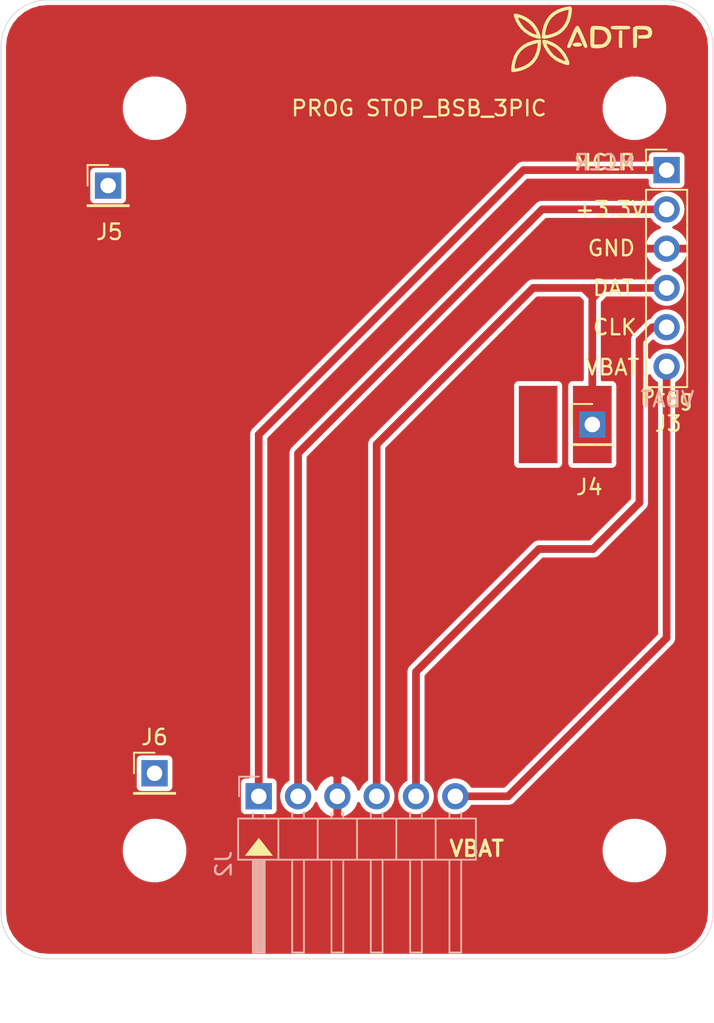
<source format=kicad_pcb>
(kicad_pcb (version 20171130) (host pcbnew "(5.1.4)-1")

  (general
    (thickness 1.6)
    (drawings 169)
    (tracks 29)
    (zones 0)
    (modules 12)
    (nets 10)
  )

  (page A4 portrait)
  (title_block
    (title " Bed of nails Stop_BBM_3PIC_PCB")
    (date 2022-02-03)
    (rev "FOR 1.1")
    (company ADTP)
    (comment 1 "Auteur: Benoît")
  )

  (layers
    (0 F.Cu signal)
    (31 B.Cu signal)
    (32 B.Adhes user)
    (33 F.Adhes user)
    (34 B.Paste user)
    (35 F.Paste user)
    (36 B.SilkS user)
    (37 F.SilkS user)
    (38 B.Mask user hide)
    (39 F.Mask user hide)
    (40 Dwgs.User user hide)
    (41 Cmts.User user hide)
    (42 Eco1.User user)
    (43 Eco2.User user)
    (44 Edge.Cuts user hide)
    (45 Margin user hide)
    (46 B.CrtYd user)
    (47 F.CrtYd user)
    (48 B.Fab user hide)
    (49 F.Fab user hide)
  )

  (setup
    (last_trace_width 0.5)
    (user_trace_width 0.15)
    (user_trace_width 0.3)
    (user_trace_width 0.5)
    (user_trace_width 1)
    (trace_clearance 0.3)
    (zone_clearance 0.3)
    (zone_45_only no)
    (trace_min 0.15)
    (via_size 0.8)
    (via_drill 0.4)
    (via_min_size 0.5)
    (via_min_drill 0.25)
    (user_via 0.5 0.25)
    (uvia_size 0.3)
    (uvia_drill 0.1)
    (uvias_allowed no)
    (uvia_min_size 0.2)
    (uvia_min_drill 0.1)
    (edge_width 0.05)
    (segment_width 0.2)
    (pcb_text_width 0.3)
    (pcb_text_size 1.5 1.5)
    (mod_edge_width 0.12)
    (mod_text_size 1 1)
    (mod_text_width 0.15)
    (pad_size 1.7 1.7)
    (pad_drill 1)
    (pad_to_mask_clearance 0)
    (aux_axis_origin 82 167)
    (grid_origin 82 167)
    (visible_elements 7FFFF77F)
    (pcbplotparams
      (layerselection 0x00000_7fffffff)
      (usegerberextensions true)
      (usegerberattributes true)
      (usegerberadvancedattributes true)
      (creategerberjobfile false)
      (excludeedgelayer true)
      (linewidth 0.100000)
      (plotframeref false)
      (viasonmask false)
      (mode 1)
      (useauxorigin false)
      (hpglpennumber 1)
      (hpglpenspeed 20)
      (hpglpendiameter 15.000000)
      (psnegative false)
      (psa4output false)
      (plotreference true)
      (plotvalue true)
      (plotinvisibletext false)
      (padsonsilk false)
      (subtractmaskfromsilk false)
      (outputformat 1)
      (mirror false)
      (drillshape 0)
      (scaleselection 1)
      (outputdirectory "../"))
  )

  (net 0 "")
  (net 1 Vbatt)
  (net 2 GND)
  (net 3 +3V3_5V)
  (net 4 MCLR)
  (net 5 ISCPDAT)
  (net 6 "Net-(J1-Pad1)")
  (net 7 ISCPCLK)
  (net 8 "Net-(J5-Pad1)")
  (net 9 "Net-(J6-Pad1)")

  (net_class Default "This is the default net class."
    (clearance 0.3)
    (trace_width 0.5)
    (via_dia 0.8)
    (via_drill 0.4)
    (uvia_dia 0.3)
    (uvia_drill 0.1)
    (add_net +3V3_5V)
    (add_net GND)
    (add_net ISCPCLK)
    (add_net ISCPDAT)
    (add_net MCLR)
    (add_net "Net-(J1-Pad1)")
    (add_net "Net-(J5-Pad1)")
    (add_net "Net-(J6-Pad1)")
    (add_net Vbatt)
  )

  (module prog:Triangle_Fskils (layer F.Cu) (tedit 0) (tstamp 62B87B6B)
    (at 95.62 162.85)
    (fp_text reference G*** (at 0 0) (layer F.SilkS) hide
      (effects (font (size 1.524 1.524) (thickness 0.3)))
    )
    (fp_text value LOGO (at 0.75 0) (layer F.SilkS) hide
      (effects (font (size 1.524 1.524) (thickness 0.3)))
    )
    (fp_poly (pts (xy 0.042294 -0.661125) (xy 0.053695 -0.646996) (xy 0.071704 -0.62438) (xy 0.095722 -0.594043)
      (xy 0.125151 -0.55675) (xy 0.159391 -0.513268) (xy 0.197844 -0.464361) (xy 0.23991 -0.410796)
      (xy 0.284992 -0.353338) (xy 0.332489 -0.292752) (xy 0.381804 -0.229805) (xy 0.432337 -0.165261)
      (xy 0.483489 -0.099887) (xy 0.534662 -0.034448) (xy 0.585256 0.03029) (xy 0.634674 0.093562)
      (xy 0.682315 0.154602) (xy 0.727581 0.212644) (xy 0.769873 0.266924) (xy 0.808593 0.316674)
      (xy 0.843141 0.36113) (xy 0.872918 0.399526) (xy 0.897327 0.431097) (xy 0.915767 0.455076)
      (xy 0.92764 0.470699) (xy 0.932347 0.477198) (xy 0.932391 0.477288) (xy 0.926413 0.477914)
      (xy 0.908448 0.478518) (xy 0.87921 0.479098) (xy 0.839411 0.479648) (xy 0.789766 0.480164)
      (xy 0.730987 0.480643) (xy 0.663787 0.481079) (xy 0.588881 0.481469) (xy 0.506981 0.481809)
      (xy 0.4188 0.482093) (xy 0.325052 0.482319) (xy 0.22645 0.482481) (xy 0.123708 0.482575)
      (xy 0.0381 0.4826) (xy -0.067469 0.482563) (xy -0.169474 0.482455) (xy -0.267202 0.482281)
      (xy -0.359939 0.482044) (xy -0.446972 0.481749) (xy -0.527589 0.4814) (xy -0.601074 0.481001)
      (xy -0.666717 0.480557) (xy -0.723802 0.480071) (xy -0.771617 0.479549) (xy -0.809449 0.478993)
      (xy -0.836584 0.47841) (xy -0.852308 0.477801) (xy -0.856192 0.477295) (xy -0.851984 0.471435)
      (xy -0.840569 0.456401) (xy -0.822547 0.432958) (xy -0.798517 0.401873) (xy -0.769077 0.363909)
      (xy -0.734827 0.319835) (xy -0.696365 0.270414) (xy -0.65429 0.216413) (xy -0.609202 0.158597)
      (xy -0.561699 0.097732) (xy -0.51238 0.034584) (xy -0.461844 -0.030082) (xy -0.41069 -0.0955)
      (xy -0.359516 -0.160904) (xy -0.308923 -0.225529) (xy -0.259508 -0.288609) (xy -0.21187 -0.349378)
      (xy -0.166609 -0.40707) (xy -0.124324 -0.460921) (xy -0.085612 -0.510164) (xy -0.051074 -0.554033)
      (xy -0.021308 -0.591763) (xy 0.003087 -0.622589) (xy 0.021512 -0.645744) (xy 0.033368 -0.660463)
      (xy 0.038057 -0.66598) (xy 0.0381 -0.666002) (xy 0.042294 -0.661125)) (layer F.SilkS) (width 0.01))
  )

  (module MountingHole:MountingHole_3.5mm (layer F.Cu) (tedit 56D1B4CB) (tstamp 62B46B40)
    (at 119.92 163)
    (descr "Mounting Hole 3.5mm, no annular")
    (tags "mounting hole 3.5mm no annular")
    (attr virtual)
    (fp_text reference H1 (at -5.42 0) (layer F.SilkS) hide
      (effects (font (size 1 1) (thickness 0.15)))
    )
    (fp_text value MountingHole_3.5mm (at 0 4.5) (layer F.Fab)
      (effects (font (size 1 1) (thickness 0.15)))
    )
    (fp_circle (center 0 0) (end 3.75 0) (layer F.CrtYd) (width 0.05))
    (fp_circle (center 0 0) (end 3.5 0) (layer Cmts.User) (width 0.15))
    (fp_text user %R (at 0.3 0) (layer F.Fab)
      (effects (font (size 1 1) (thickness 0.15)))
    )
    (pad 1 np_thru_hole circle (at 0 0) (size 3.5 3.5) (drill 3.5) (layers *.Cu *.Mask))
  )

  (module MountingHole:MountingHole_3.5mm (layer F.Cu) (tedit 56D1B4CB) (tstamp 62B46A75)
    (at 119.92 115)
    (descr "Mounting Hole 3.5mm, no annular")
    (tags "mounting hole 3.5mm no annular")
    (attr virtual)
    (fp_text reference H4 (at -5.42 0) (layer F.SilkS) hide
      (effects (font (size 1 1) (thickness 0.15)))
    )
    (fp_text value MountingHole_3.5mm (at 0 4.5) (layer F.Fab)
      (effects (font (size 1 1) (thickness 0.15)))
    )
    (fp_circle (center 0 0) (end 3.75 0) (layer F.CrtYd) (width 0.05))
    (fp_circle (center 0 0) (end 3.5 0) (layer Cmts.User) (width 0.15))
    (fp_text user %R (at 0.3 0) (layer F.Fab)
      (effects (font (size 1 1) (thickness 0.15)))
    )
    (pad 1 np_thru_hole circle (at 0 0) (size 3.5 3.5) (drill 3.5) (layers *.Cu *.Mask))
  )

  (module MountingHole:MountingHole_3.5mm (layer F.Cu) (tedit 56D1B4CB) (tstamp 62B469AF)
    (at 88.92 163)
    (descr "Mounting Hole 3.5mm, no annular")
    (tags "mounting hole 3.5mm no annular")
    (attr virtual)
    (fp_text reference H2 (at -5.92 0.5) (layer F.SilkS) hide
      (effects (font (size 1 1) (thickness 0.15)))
    )
    (fp_text value MountingHole_3.5mm (at 0 4.5) (layer F.Fab)
      (effects (font (size 1 1) (thickness 0.15)))
    )
    (fp_circle (center 0 0) (end 3.75 0) (layer F.CrtYd) (width 0.05))
    (fp_circle (center 0 0) (end 3.5 0) (layer Cmts.User) (width 0.15))
    (fp_text user %R (at 0.3 0) (layer F.Fab)
      (effects (font (size 1 1) (thickness 0.15)))
    )
    (pad 1 np_thru_hole circle (at 0 0) (size 3.5 3.5) (drill 3.5) (layers *.Cu *.Mask))
  )

  (module MountingHole:MountingHole_3.5mm (layer F.Cu) (tedit 56D1B4CB) (tstamp 62B46952)
    (at 88.92 115)
    (descr "Mounting Hole 3.5mm, no annular")
    (tags "mounting hole 3.5mm no annular")
    (attr virtual)
    (fp_text reference H3 (at -5.42 0) (layer F.SilkS) hide
      (effects (font (size 1 1) (thickness 0.15)))
    )
    (fp_text value MountingHole_3.5mm (at 0 4.5) (layer F.Fab)
      (effects (font (size 1 1) (thickness 0.15)))
    )
    (fp_circle (center 0 0) (end 3.75 0) (layer F.CrtYd) (width 0.05))
    (fp_circle (center 0 0) (end 3.5 0) (layer Cmts.User) (width 0.15))
    (fp_text user %R (at 0.3 0) (layer F.Fab)
      (effects (font (size 1 1) (thickness 0.15)))
    )
    (pad 1 np_thru_hole circle (at 0 0) (size 3.5 3.5) (drill 3.5) (layers *.Cu *.Mask))
  )

  (module DEV_BE:adtp (layer F.Cu) (tedit 0) (tstamp 60CBD308)
    (at 116.5 110.5)
    (fp_text reference G21 (at 0 0) (layer F.SilkS) hide
      (effects (font (size 1.524 1.524) (thickness 0.3)))
    )
    (fp_text value LOGO (at 0.75 0) (layer F.SilkS) hide
      (effects (font (size 1.524 1.524) (thickness 0.3)))
    )
    (fp_poly (pts (xy -2.723321 0.069369) (xy -2.619375 0.079375) (xy -2.621944 0.349692) (xy -2.653231 0.680175)
      (xy -2.738108 0.994302) (xy -2.87266 1.282647) (xy -3.052972 1.535787) (xy -3.161463 1.648459)
      (xy -3.4155 1.843689) (xy -3.710845 1.995415) (xy -4.039558 2.100221) (xy -4.322478 2.148123)
      (xy -4.425086 2.156897) (xy -4.482019 2.152217) (xy -4.510443 2.129755) (xy -4.523771 2.097405)
      (xy -4.532377 2.028873) (xy -4.531833 1.923339) (xy -4.524915 1.831306) (xy -4.524812 1.830703)
      (xy -4.318 1.830703) (xy -4.312824 1.891157) (xy -4.290568 1.925393) (xy -4.241143 1.934596)
      (xy -4.154461 1.919955) (xy -4.020432 1.882654) (xy -3.980032 1.870441) (xy -3.668835 1.748593)
      (xy -3.406913 1.587157) (xy -3.193426 1.385113) (xy -3.027535 1.141436) (xy -2.9084 0.855106)
      (xy -2.835178 0.525099) (xy -2.827684 0.468312) (xy -2.818884 0.351571) (xy -2.828027 0.293509)
      (xy -2.840153 0.28575) (xy -2.8856 0.293779) (xy -2.974457 0.315024) (xy -3.089087 0.345216)
      (xy -3.111913 0.351498) (xy -3.426397 0.464649) (xy -3.694369 0.616168) (xy -3.913314 0.804237)
      (xy -4.080715 1.027036) (xy -4.104382 1.069196) (xy -4.162743 1.199198) (xy -4.219391 1.361143)
      (xy -4.268207 1.533213) (xy -4.30307 1.693593) (xy -4.317861 1.820465) (xy -4.318 1.830703)
      (xy -4.524812 1.830703) (xy -4.460676 1.457008) (xy -4.352643 1.128458) (xy -4.199896 0.844565)
      (xy -4.00152 0.60424) (xy -3.756595 0.406392) (xy -3.464206 0.249931) (xy -3.123432 0.133767)
      (xy -3.088446 0.124772) (xy -2.953457 0.095219) (xy -2.82915 0.075371) (xy -2.737986 0.068635)
      (xy -2.723321 0.069369)) (layer F.SilkS) (width 0.01))
    (fp_poly (pts (xy -2.295585 0.092207) (xy -2.178771 0.125506) (xy -1.832032 0.266298) (xy -1.527045 0.454222)
      (xy -1.265511 0.687701) (xy -1.04913 0.965159) (xy -0.879603 1.285022) (xy -0.850635 1.356092)
      (xy -0.804115 1.484987) (xy -0.783125 1.571075) (xy -0.784969 1.62843) (xy -0.794044 1.651548)
      (xy -0.819483 1.689941) (xy -0.853321 1.707321) (xy -0.910814 1.70455) (xy -1.007217 1.682486)
      (xy -1.065922 1.666879) (xy -1.412518 1.542432) (xy -1.721659 1.367205) (xy -1.990884 1.143408)
      (xy -2.217734 0.873248) (xy -2.399749 0.558933) (xy -2.462598 0.413356) (xy -2.486844 0.341176)
      (xy -2.267577 0.341176) (xy -2.245033 0.404893) (xy -2.197831 0.497678) (xy -2.132552 0.60856)
      (xy -2.055775 0.726567) (xy -1.97408 0.840729) (xy -1.894046 0.940073) (xy -1.868563 0.968333)
      (xy -1.747081 1.088723) (xy -1.627506 1.182537) (xy -1.485553 1.267351) (xy -1.383973 1.319065)
      (xy -1.241089 1.388264) (xy -1.145496 1.431806) (xy -1.087803 1.452657) (xy -1.058619 1.453782)
      (xy -1.048551 1.438148) (xy -1.04775 1.425256) (xy -1.065965 1.361078) (xy -1.114593 1.261851)
      (xy -1.184613 1.142294) (xy -1.267001 1.017129) (xy -1.352734 0.901076) (xy -1.412279 0.830536)
      (xy -1.518566 0.725027) (xy -1.637051 0.623658) (xy -1.730375 0.556233) (xy -1.831261 0.498345)
      (xy -1.950631 0.437853) (xy -2.071223 0.382556) (xy -2.175774 0.340252) (xy -2.247022 0.318737)
      (xy -2.258884 0.3175) (xy -2.267577 0.341176) (xy -2.486844 0.341176) (xy -2.514199 0.259745)
      (xy -2.526575 0.154148) (xy -2.49645 0.093242) (xy -2.420545 0.073703) (xy -2.295585 0.092207)) (layer F.SilkS) (width 0.01))
    (fp_poly (pts (xy 0.9508 -0.823488) (xy 1.059008 -0.819463) (xy 1.295725 -0.801026) (xy 1.481163 -0.761392)
      (xy 1.625455 -0.695514) (xy 1.738737 -0.598343) (xy 1.83114 -0.464829) (xy 1.852752 -0.424021)
      (xy 1.914559 -0.235696) (xy 1.91952 -0.041309) (xy 1.871719 0.147316) (xy 1.775239 0.318353)
      (xy 1.634163 0.459974) (xy 1.523706 0.529032) (xy 1.397267 0.573573) (xy 1.230748 0.605439)
      (xy 1.046767 0.622017) (xy 0.867941 0.620693) (xy 0.79375 0.613368) (xy 0.72062 0.601386)
      (xy 0.66559 0.582476) (xy 0.62609 0.548382) (xy 0.599546 0.490846) (xy 0.583387 0.401611)
      (xy 0.582056 0.381) (xy 0.823846 0.381) (xy 1.07123 0.381) (xy 1.233867 0.374551)
      (xy 1.351719 0.353272) (xy 1.428453 0.322093) (xy 1.522985 0.244644) (xy 1.606868 0.130488)
      (xy 1.66496 0.004373) (xy 1.68275 -0.093517) (xy 1.659329 -0.209461) (xy 1.598946 -0.336755)
      (xy 1.516413 -0.449986) (xy 1.43443 -0.519452) (xy 1.341367 -0.55716) (xy 1.215893 -0.577654)
      (xy 1.08518 -0.583679) (xy 0.841375 -0.587375) (xy 0.83261 -0.103188) (xy 0.823846 0.381)
      (xy 0.582056 0.381) (xy 0.575042 0.272422) (xy 0.571938 0.095019) (xy 0.5715 -0.100171)
      (xy 0.571558 -0.334849) (xy 0.575087 -0.513468) (xy 0.587117 -0.643447) (xy 0.612675 -0.732208)
      (xy 0.656794 -0.787171) (xy 0.724501 -0.815759) (xy 0.820826 -0.825391) (xy 0.9508 -0.823488)) (layer F.SilkS) (width 0.01))
    (fp_poly (pts (xy -0.22719 -0.811563) (xy -0.198556 -0.798062) (xy -0.166199 -0.758555) (xy -0.115823 -0.670543)
      (xy -0.052131 -0.544813) (xy 0.020173 -0.392157) (xy 0.096387 -0.223364) (xy 0.171809 -0.049222)
      (xy 0.241735 0.119477) (xy 0.301462 0.271945) (xy 0.346288 0.397392) (xy 0.371511 0.485027)
      (xy 0.375015 0.517886) (xy 0.341522 0.577612) (xy 0.282875 0.596932) (xy 0.254073 0.598979)
      (xy 0.228869 0.593259) (xy 0.20358 0.573082) (xy 0.174522 0.531758) (xy 0.138008 0.462594)
      (xy 0.090357 0.358901) (xy 0.027882 0.213988) (xy -0.053101 0.021162) (xy -0.112191 -0.120517)
      (xy -0.170372 -0.256324) (xy -0.220427 -0.366103) (xy -0.25726 -0.439169) (xy -0.275774 -0.464836)
      (xy -0.276275 -0.464559) (xy -0.292519 -0.431828) (xy -0.328575 -0.35002) (xy -0.380285 -0.228864)
      (xy -0.443492 -0.078086) (xy -0.504224 0.068707) (xy -0.582506 0.257035) (xy -0.642183 0.394304)
      (xy -0.687735 0.488608) (xy -0.723644 0.548042) (xy -0.75439 0.580702) (xy -0.784455 0.594682)
      (xy -0.796538 0.59677) (xy -0.865275 0.595824) (xy -0.898126 0.58354) (xy -0.913697 0.556937)
      (xy -0.916332 0.514951) (xy -0.903777 0.450465) (xy -0.873776 0.356358) (xy -0.824073 0.225512)
      (xy -0.752413 0.050808) (xy -0.661526 -0.163243) (xy -0.564159 -0.387054) (xy -0.485604 -0.557482)
      (xy -0.421637 -0.680318) (xy -0.368036 -0.761353) (xy -0.320577 -0.806378) (xy -0.275036 -0.821184)
      (xy -0.22719 -0.811563)) (layer F.SilkS) (width 0.01))
    (fp_poly (pts (xy 2.558425 -0.526072) (xy 2.636742 -0.506416) (xy 2.628058 0.040479) (xy 2.619375 0.587375)
      (xy 2.538811 0.59677) (xy 2.469458 0.595923) (xy 2.435624 0.58354) (xy 2.425687 0.542975)
      (xy 2.418581 0.45261) (xy 2.414177 0.325259) (xy 2.412351 0.173738) (xy 2.412976 0.010863)
      (xy 2.415924 -0.150553) (xy 2.421071 -0.297693) (xy 2.428289 -0.417743) (xy 2.437453 -0.497888)
      (xy 2.446554 -0.524991) (xy 2.500727 -0.533812) (xy 2.558425 -0.526072)) (layer F.SilkS) (width 0.01))
    (fp_poly (pts (xy 4.072657 -0.820657) (xy 4.230035 -0.803979) (xy 4.34562 -0.772249) (xy 4.429972 -0.722248)
      (xy 4.493652 -0.650757) (xy 4.507686 -0.628974) (xy 4.563716 -0.478956) (xy 4.559533 -0.317565)
      (xy 4.520093 -0.201838) (xy 4.466856 -0.115305) (xy 4.396203 -0.056644) (xy 4.296755 -0.021776)
      (xy 4.157135 -0.006622) (xy 3.976055 -0.006796) (xy 3.667125 -0.015875) (xy 3.667125 -0.206375)
      (xy 3.962065 -0.22225) (xy 4.118123 -0.233938) (xy 4.221174 -0.252405) (xy 4.281692 -0.282806)
      (xy 4.310149 -0.330292) (xy 4.317027 -0.396875) (xy 4.30342 -0.476143) (xy 4.257414 -0.532633)
      (xy 4.171234 -0.569843) (xy 4.037103 -0.591273) (xy 3.865562 -0.60004) (xy 3.58775 -0.606407)
      (xy 3.58775 -0.039679) (xy 3.586066 0.191996) (xy 3.580841 0.364463) (xy 3.571807 0.481927)
      (xy 3.558701 0.548597) (xy 3.54965 0.56515) (xy 3.488799 0.595402) (xy 3.412042 0.602188)
      (xy 3.355226 0.582389) (xy 3.354916 0.582083) (xy 3.348423 0.545213) (xy 3.342736 0.454841)
      (xy 3.338181 0.320964) (xy 3.335084 0.153579) (xy 3.333772 -0.037317) (xy 3.33375 -0.066488)
      (xy 3.33375 -0.693892) (xy 3.417406 -0.759696) (xy 3.461481 -0.788766) (xy 3.514506 -0.807866)
      (xy 3.590124 -0.819012) (xy 3.701982 -0.824218) (xy 3.862926 -0.8255) (xy 4.072657 -0.820657)) (layer F.SilkS) (width 0.01))
    (fp_poly (pts (xy -0.140967 0.260033) (xy -0.053643 0.287281) (xy -0.020796 0.312062) (xy 0.023436 0.369684)
      (xy 0.02151 0.411802) (xy -0.018143 0.458107) (xy -0.080518 0.49056) (xy -0.190716 0.506045)
      (xy -0.269875 0.508) (xy -0.408562 0.500603) (xy -0.494615 0.477191) (xy -0.521608 0.458107)
      (xy -0.561629 0.406884) (xy -0.5715 0.380532) (xy -0.542934 0.329253) (xy -0.468578 0.289448)
      (xy -0.365453 0.263232) (xy -0.250577 0.252722) (xy -0.140967 0.260033)) (layer F.SilkS) (width 0.01))
    (fp_poly (pts (xy -4.172359 -1.601361) (xy -4.151144 -1.59697) (xy -3.847812 -1.506063) (xy -3.559219 -1.368742)
      (xy -3.299361 -1.193373) (xy -3.082234 -0.988327) (xy -3.031658 -0.927572) (xy -2.921252 -0.770836)
      (xy -2.818692 -0.59595) (xy -2.732368 -0.41991) (xy -2.670673 -0.259712) (xy -2.642757 -0.139865)
      (xy -2.626992 0) (xy -2.734309 -0.001708) (xy -2.826243 -0.012732) (xy -2.944595 -0.039092)
      (xy -3.01625 -0.059982) (xy -3.346457 -0.198633) (xy -3.642208 -0.387274) (xy -3.898361 -0.620905)
      (xy -4.109777 -0.894528) (xy -4.271315 -1.203141) (xy -4.316115 -1.321789) (xy -4.093401 -1.321789)
      (xy -4.063966 -1.242326) (xy -4.012985 -1.140737) (xy -3.835195 -0.861664) (xy -3.621333 -0.629858)
      (xy -3.448769 -0.4961) (xy -3.327701 -0.422385) (xy -3.201902 -0.356748) (xy -3.083265 -0.303976)
      (xy -2.983683 -0.268854) (xy -2.915048 -0.256169) (xy -2.889252 -0.270707) (xy -2.88925 -0.270931)
      (xy -2.905574 -0.320433) (xy -2.948487 -0.406591) (xy -3.008904 -0.51353) (xy -3.077738 -0.625374)
      (xy -3.145903 -0.72625) (xy -3.163744 -0.750517) (xy -3.368583 -0.976896) (xy -3.612523 -1.160342)
      (xy -3.79323 -1.258782) (xy -3.940168 -1.326716) (xy -4.036107 -1.36151) (xy -4.08565 -1.360693)
      (xy -4.093401 -1.321789) (xy -4.316115 -1.321789) (xy -4.317514 -1.325492) (xy -4.360516 -1.466106)
      (xy -4.372028 -1.556614) (xy -4.347522 -1.604403) (xy -4.282475 -1.616857) (xy -4.172359 -1.601361)) (layer F.SilkS) (width 0.01))
    (fp_poly (pts (xy -0.664949 -2.058034) (xy -0.63007 -1.994885) (xy -0.620369 -1.884128) (xy -0.624238 -1.787207)
      (xy -0.67311 -1.438729) (xy -0.771096 -1.117144) (xy -0.914942 -0.828321) (xy -1.101396 -0.578124)
      (xy -1.327206 -0.37242) (xy -1.456142 -0.28673) (xy -1.609101 -0.20742) (xy -1.778898 -0.13774)
      (xy -1.954842 -0.079987) (xy -2.126245 -0.036462) (xy -2.282414 -0.009463) (xy -2.412662 -0.001289)
      (xy -2.506296 -0.01424) (xy -2.552628 -0.050615) (xy -2.552732 -0.050882) (xy -2.560645 -0.119506)
      (xy -2.554895 -0.233899) (xy -2.550505 -0.271214) (xy -2.3495 -0.271214) (xy -2.328589 -0.234232)
      (xy -2.263108 -0.224669) (xy -2.148935 -0.242727) (xy -1.981949 -0.288608) (xy -1.979782 -0.289275)
      (xy -1.809649 -0.345639) (xy -1.677023 -0.401513) (xy -1.557208 -0.469172) (xy -1.425507 -0.560891)
      (xy -1.409758 -0.572585) (xy -1.240172 -0.732186) (xy -1.090965 -0.937444) (xy -0.974403 -1.171038)
      (xy -0.960841 -1.2065) (xy -0.928692 -1.308177) (xy -0.896686 -1.432936) (xy -0.867843 -1.565176)
      (xy -0.845182 -1.689294) (xy -0.831724 -1.789687) (xy -0.830487 -1.850752) (xy -0.834211 -1.860795)
      (xy -0.87024 -1.861326) (xy -0.950808 -1.848483) (xy -1.059033 -1.825003) (xy -1.067617 -1.822932)
      (xy -1.389769 -1.716968) (xy -1.666472 -1.566949) (xy -1.897051 -1.373563) (xy -2.080832 -1.137498)
      (xy -2.217143 -0.859442) (xy -2.300491 -0.564902) (xy -2.323885 -0.442108) (xy -2.341206 -0.339802)
      (xy -2.349275 -0.277031) (xy -2.3495 -0.271214) (xy -2.550505 -0.271214) (xy -2.537892 -0.378397)
      (xy -2.512048 -0.537338) (xy -2.479771 -0.695058) (xy -2.443474 -0.835894) (xy -2.421451 -0.903889)
      (xy -2.281644 -1.206665) (xy -2.096027 -1.46575) (xy -1.864429 -1.68127) (xy -1.586681 -1.853349)
      (xy -1.262614 -1.982114) (xy -0.892058 -2.067689) (xy -0.835717 -2.076338) (xy -0.731375 -2.082282)
      (xy -0.664949 -2.058034)) (layer F.SilkS) (width 0.01))
    (fp_poly (pts (xy 2.732436 -0.824947) (xy 2.886098 -0.822763) (xy 2.993958 -0.81816) (xy 3.064861 -0.810351)
      (xy 3.107653 -0.798547) (xy 3.13118 -0.781963) (xy 3.13898 -0.770758) (xy 3.150859 -0.690051)
      (xy 3.13944 -0.659633) (xy 3.123449 -0.639622) (xy 3.094124 -0.624955) (xy 3.042586 -0.614817)
      (xy 2.959958 -0.608395) (xy 2.837361 -0.604876) (xy 2.665917 -0.603445) (xy 2.524125 -0.60325)
      (xy 2.316179 -0.603759) (xy 2.162851 -0.605829) (xy 2.055261 -0.610272) (xy 1.984532 -0.617903)
      (xy 1.941783 -0.629534) (xy 1.918138 -0.64598) (xy 1.908809 -0.659633) (xy 1.897601 -0.740962)
      (xy 1.909269 -0.770758) (xy 1.926079 -0.790248) (xy 1.957383 -0.804532) (xy 2.012028 -0.814397)
      (xy 2.09886 -0.820632) (xy 2.226724 -0.824022) (xy 2.404466 -0.825357) (xy 2.524124 -0.8255)
      (xy 2.732436 -0.824947)) (layer F.SilkS) (width 0.01))
  )

  (module Connector_PinHeader_2.54mm:PinHeader_1x06_P2.54mm_Vertical (layer F.Cu) (tedit 59FED5CC) (tstamp 623B8C2B)
    (at 122 119)
    (descr "Through hole straight pin header, 1x06, 2.54mm pitch, single row")
    (tags "Through hole pin header THT 1x06 2.54mm single row")
    (path /623B6AF8)
    (fp_text reference J3 (at 0.1 16.4) (layer F.SilkS)
      (effects (font (size 1 1) (thickness 0.15)))
    )
    (fp_text value Conn_01x06 (at 0 15.03) (layer F.Fab)
      (effects (font (size 1 1) (thickness 0.15)))
    )
    (fp_line (start -0.635 -1.27) (end 1.27 -1.27) (layer F.Fab) (width 0.1))
    (fp_line (start 1.27 -1.27) (end 1.27 13.97) (layer F.Fab) (width 0.1))
    (fp_line (start 1.27 13.97) (end -1.27 13.97) (layer F.Fab) (width 0.1))
    (fp_line (start -1.27 13.97) (end -1.27 -0.635) (layer F.Fab) (width 0.1))
    (fp_line (start -1.27 -0.635) (end -0.635 -1.27) (layer F.Fab) (width 0.1))
    (fp_line (start -1.33 14.03) (end 1.33 14.03) (layer F.SilkS) (width 0.12))
    (fp_line (start -1.33 1.27) (end -1.33 14.03) (layer F.SilkS) (width 0.12))
    (fp_line (start 1.33 1.27) (end 1.33 14.03) (layer F.SilkS) (width 0.12))
    (fp_line (start -1.33 1.27) (end 1.33 1.27) (layer F.SilkS) (width 0.12))
    (fp_line (start -1.33 0) (end -1.33 -1.33) (layer F.SilkS) (width 0.12))
    (fp_line (start -1.33 -1.33) (end 0 -1.33) (layer F.SilkS) (width 0.12))
    (fp_line (start -1.8 -1.8) (end -1.8 14.5) (layer F.CrtYd) (width 0.05))
    (fp_line (start -1.8 14.5) (end 1.8 14.5) (layer F.CrtYd) (width 0.05))
    (fp_line (start 1.8 14.5) (end 1.8 -1.8) (layer F.CrtYd) (width 0.05))
    (fp_line (start 1.8 -1.8) (end -1.8 -1.8) (layer F.CrtYd) (width 0.05))
    (fp_text user %R (at 0 6.35 90) (layer F.Fab)
      (effects (font (size 1 1) (thickness 0.15)))
    )
    (pad 6 thru_hole oval (at 0 12.7) (size 1.7 1.7) (drill 1) (layers *.Cu *.Mask)
      (net 1 Vbatt))
    (pad 5 thru_hole oval (at 0 10.16) (size 1.7 1.7) (drill 1) (layers *.Cu *.Mask)
      (net 7 ISCPCLK))
    (pad 4 thru_hole oval (at 0 7.62) (size 1.7 1.7) (drill 1) (layers *.Cu *.Mask)
      (net 5 ISCPDAT))
    (pad 3 thru_hole oval (at 0 5.08) (size 1.7 1.7) (drill 1) (layers *.Cu *.Mask)
      (net 2 GND))
    (pad 2 thru_hole oval (at 0 2.54) (size 1.7 1.7) (drill 1) (layers *.Cu *.Mask)
      (net 3 +3V3_5V))
    (pad 1 thru_hole rect (at 0 0) (size 1.7 1.7) (drill 1) (layers *.Cu *.Mask)
      (net 4 MCLR))
  )

  (module Stop_BBM_3PIC:SolderWirePad_1x01_SMD_5x10mm_BBM (layer F.Cu) (tedit 61B22C08) (tstamp 61AA5503)
    (at 115.45 135.45 180)
    (descr "Wire Pad, Square, SMD Pad,  5mm x 10mm,")
    (tags "MesurementPoint Square SMDPad 5mmx10mm ")
    (path /6064EA3D)
    (fp_text reference J1 (at -0.05 -4.3 180) (layer F.SilkS) hide
      (effects (font (size 1 1) (thickness 0.15)))
    )
    (fp_text value "Haut parleur (MOUSE)" (at 0 7.2 180) (layer F.Fab)
      (effects (font (size 1 1) (thickness 0.15)))
    )
    (fp_line (start 3 -3) (end -3 -3) (layer F.CrtYd) (width 0.05))
    (fp_line (start 3 3) (end 3 -3) (layer F.CrtYd) (width 0.05))
    (fp_line (start -3 3) (end 3 3) (layer F.CrtYd) (width 0.05))
    (fp_line (start -3 -3) (end -3 3) (layer F.CrtYd) (width 0.05))
    (fp_text user %R (at 0 -2.5 180) (layer F.Fab)
      (effects (font (size 1 1) (thickness 0.15)))
    )
    (pad 2 smd rect (at -1.75 0 180) (size 2.5 5) (layers F.Cu F.Paste F.Mask)
      (net 5 ISCPDAT))
    (pad 1 smd rect (at 1.75 0 180) (size 2.5 5) (layers F.Cu F.Paste F.Mask)
      (net 6 "Net-(J1-Pad1)"))
  )

  (module Connector_PinHeader_2.54mm:PinHeader_1x06_P2.54mm_Horizontal (layer B.Cu) (tedit 59FED5CB) (tstamp 62B4C8F6)
    (at 95.65 159.49 270)
    (descr "Through hole angled pin header, 1x06, 2.54mm pitch, 6mm pin length, single row")
    (tags "Through hole angled pin header THT 1x06 2.54mm single row")
    (path /62B4E3EA)
    (fp_text reference J2 (at 4.385 2.27 270) (layer B.SilkS)
      (effects (font (size 1 1) (thickness 0.15)) (justify mirror))
    )
    (fp_text value Conn_01x05_Male (at 4.385 -14.97 270) (layer B.Fab)
      (effects (font (size 1 1) (thickness 0.15)) (justify mirror))
    )
    (fp_line (start 2.135 1.27) (end 4.04 1.27) (layer B.Fab) (width 0.1))
    (fp_line (start 4.04 1.27) (end 4.04 -13.97) (layer B.Fab) (width 0.1))
    (fp_line (start 4.04 -13.97) (end 1.5 -13.97) (layer B.Fab) (width 0.1))
    (fp_line (start 1.5 -13.97) (end 1.5 0.635) (layer B.Fab) (width 0.1))
    (fp_line (start 1.5 0.635) (end 2.135 1.27) (layer B.Fab) (width 0.1))
    (fp_line (start -0.32 0.32) (end 1.5 0.32) (layer B.Fab) (width 0.1))
    (fp_line (start -0.32 0.32) (end -0.32 -0.32) (layer B.Fab) (width 0.1))
    (fp_line (start -0.32 -0.32) (end 1.5 -0.32) (layer B.Fab) (width 0.1))
    (fp_line (start 4.04 0.32) (end 10.04 0.32) (layer B.Fab) (width 0.1))
    (fp_line (start 10.04 0.32) (end 10.04 -0.32) (layer B.Fab) (width 0.1))
    (fp_line (start 4.04 -0.32) (end 10.04 -0.32) (layer B.Fab) (width 0.1))
    (fp_line (start -0.32 -2.22) (end 1.5 -2.22) (layer B.Fab) (width 0.1))
    (fp_line (start -0.32 -2.22) (end -0.32 -2.86) (layer B.Fab) (width 0.1))
    (fp_line (start -0.32 -2.86) (end 1.5 -2.86) (layer B.Fab) (width 0.1))
    (fp_line (start 4.04 -2.22) (end 10.04 -2.22) (layer B.Fab) (width 0.1))
    (fp_line (start 10.04 -2.22) (end 10.04 -2.86) (layer B.Fab) (width 0.1))
    (fp_line (start 4.04 -2.86) (end 10.04 -2.86) (layer B.Fab) (width 0.1))
    (fp_line (start -0.32 -4.76) (end 1.5 -4.76) (layer B.Fab) (width 0.1))
    (fp_line (start -0.32 -4.76) (end -0.32 -5.4) (layer B.Fab) (width 0.1))
    (fp_line (start -0.32 -5.4) (end 1.5 -5.4) (layer B.Fab) (width 0.1))
    (fp_line (start 4.04 -4.76) (end 10.04 -4.76) (layer B.Fab) (width 0.1))
    (fp_line (start 10.04 -4.76) (end 10.04 -5.4) (layer B.Fab) (width 0.1))
    (fp_line (start 4.04 -5.4) (end 10.04 -5.4) (layer B.Fab) (width 0.1))
    (fp_line (start -0.32 -7.3) (end 1.5 -7.3) (layer B.Fab) (width 0.1))
    (fp_line (start -0.32 -7.3) (end -0.32 -7.94) (layer B.Fab) (width 0.1))
    (fp_line (start -0.32 -7.94) (end 1.5 -7.94) (layer B.Fab) (width 0.1))
    (fp_line (start 4.04 -7.3) (end 10.04 -7.3) (layer B.Fab) (width 0.1))
    (fp_line (start 10.04 -7.3) (end 10.04 -7.94) (layer B.Fab) (width 0.1))
    (fp_line (start 4.04 -7.94) (end 10.04 -7.94) (layer B.Fab) (width 0.1))
    (fp_line (start -0.32 -9.84) (end 1.5 -9.84) (layer B.Fab) (width 0.1))
    (fp_line (start -0.32 -9.84) (end -0.32 -10.48) (layer B.Fab) (width 0.1))
    (fp_line (start -0.32 -10.48) (end 1.5 -10.48) (layer B.Fab) (width 0.1))
    (fp_line (start 4.04 -9.84) (end 10.04 -9.84) (layer B.Fab) (width 0.1))
    (fp_line (start 10.04 -9.84) (end 10.04 -10.48) (layer B.Fab) (width 0.1))
    (fp_line (start 4.04 -10.48) (end 10.04 -10.48) (layer B.Fab) (width 0.1))
    (fp_line (start -0.32 -12.38) (end 1.5 -12.38) (layer B.Fab) (width 0.1))
    (fp_line (start -0.32 -12.38) (end -0.32 -13.02) (layer B.Fab) (width 0.1))
    (fp_line (start -0.32 -13.02) (end 1.5 -13.02) (layer B.Fab) (width 0.1))
    (fp_line (start 4.04 -12.38) (end 10.04 -12.38) (layer B.Fab) (width 0.1))
    (fp_line (start 10.04 -12.38) (end 10.04 -13.02) (layer B.Fab) (width 0.1))
    (fp_line (start 4.04 -13.02) (end 10.04 -13.02) (layer B.Fab) (width 0.1))
    (fp_line (start 1.44 1.33) (end 1.44 -14.03) (layer B.SilkS) (width 0.12))
    (fp_line (start 1.44 -14.03) (end 4.1 -14.03) (layer B.SilkS) (width 0.12))
    (fp_line (start 4.1 -14.03) (end 4.1 1.33) (layer B.SilkS) (width 0.12))
    (fp_line (start 4.1 1.33) (end 1.44 1.33) (layer B.SilkS) (width 0.12))
    (fp_line (start 4.1 0.38) (end 10.1 0.38) (layer B.SilkS) (width 0.12))
    (fp_line (start 10.1 0.38) (end 10.1 -0.38) (layer B.SilkS) (width 0.12))
    (fp_line (start 10.1 -0.38) (end 4.1 -0.38) (layer B.SilkS) (width 0.12))
    (fp_line (start 4.1 0.32) (end 10.1 0.32) (layer B.SilkS) (width 0.12))
    (fp_line (start 4.1 0.2) (end 10.1 0.2) (layer B.SilkS) (width 0.12))
    (fp_line (start 4.1 0.08) (end 10.1 0.08) (layer B.SilkS) (width 0.12))
    (fp_line (start 4.1 -0.04) (end 10.1 -0.04) (layer B.SilkS) (width 0.12))
    (fp_line (start 4.1 -0.16) (end 10.1 -0.16) (layer B.SilkS) (width 0.12))
    (fp_line (start 4.1 -0.28) (end 10.1 -0.28) (layer B.SilkS) (width 0.12))
    (fp_line (start 1.11 0.38) (end 1.44 0.38) (layer B.SilkS) (width 0.12))
    (fp_line (start 1.11 -0.38) (end 1.44 -0.38) (layer B.SilkS) (width 0.12))
    (fp_line (start 1.44 -1.27) (end 4.1 -1.27) (layer B.SilkS) (width 0.12))
    (fp_line (start 4.1 -2.16) (end 10.1 -2.16) (layer B.SilkS) (width 0.12))
    (fp_line (start 10.1 -2.16) (end 10.1 -2.92) (layer B.SilkS) (width 0.12))
    (fp_line (start 10.1 -2.92) (end 4.1 -2.92) (layer B.SilkS) (width 0.12))
    (fp_line (start 1.042929 -2.16) (end 1.44 -2.16) (layer B.SilkS) (width 0.12))
    (fp_line (start 1.042929 -2.92) (end 1.44 -2.92) (layer B.SilkS) (width 0.12))
    (fp_line (start 1.44 -3.81) (end 4.1 -3.81) (layer B.SilkS) (width 0.12))
    (fp_line (start 4.1 -4.7) (end 10.1 -4.7) (layer B.SilkS) (width 0.12))
    (fp_line (start 10.1 -4.7) (end 10.1 -5.46) (layer B.SilkS) (width 0.12))
    (fp_line (start 10.1 -5.46) (end 4.1 -5.46) (layer B.SilkS) (width 0.12))
    (fp_line (start 1.042929 -4.7) (end 1.44 -4.7) (layer B.SilkS) (width 0.12))
    (fp_line (start 1.042929 -5.46) (end 1.44 -5.46) (layer B.SilkS) (width 0.12))
    (fp_line (start 1.44 -6.35) (end 4.1 -6.35) (layer B.SilkS) (width 0.12))
    (fp_line (start 4.1 -7.24) (end 10.1 -7.24) (layer B.SilkS) (width 0.12))
    (fp_line (start 10.1 -7.24) (end 10.1 -8) (layer B.SilkS) (width 0.12))
    (fp_line (start 10.1 -8) (end 4.1 -8) (layer B.SilkS) (width 0.12))
    (fp_line (start 1.042929 -7.24) (end 1.44 -7.24) (layer B.SilkS) (width 0.12))
    (fp_line (start 1.042929 -8) (end 1.44 -8) (layer B.SilkS) (width 0.12))
    (fp_line (start 1.44 -8.89) (end 4.1 -8.89) (layer B.SilkS) (width 0.12))
    (fp_line (start 4.1 -9.78) (end 10.1 -9.78) (layer B.SilkS) (width 0.12))
    (fp_line (start 10.1 -9.78) (end 10.1 -10.54) (layer B.SilkS) (width 0.12))
    (fp_line (start 10.1 -10.54) (end 4.1 -10.54) (layer B.SilkS) (width 0.12))
    (fp_line (start 1.042929 -9.78) (end 1.44 -9.78) (layer B.SilkS) (width 0.12))
    (fp_line (start 1.042929 -10.54) (end 1.44 -10.54) (layer B.SilkS) (width 0.12))
    (fp_line (start 1.44 -11.43) (end 4.1 -11.43) (layer B.SilkS) (width 0.12))
    (fp_line (start 4.1 -12.32) (end 10.1 -12.32) (layer B.SilkS) (width 0.12))
    (fp_line (start 10.1 -12.32) (end 10.1 -13.08) (layer B.SilkS) (width 0.12))
    (fp_line (start 10.1 -13.08) (end 4.1 -13.08) (layer B.SilkS) (width 0.12))
    (fp_line (start 1.042929 -12.32) (end 1.44 -12.32) (layer B.SilkS) (width 0.12))
    (fp_line (start 1.042929 -13.08) (end 1.44 -13.08) (layer B.SilkS) (width 0.12))
    (fp_line (start -1.27 0) (end -1.27 1.27) (layer B.SilkS) (width 0.12))
    (fp_line (start -1.27 1.27) (end 0 1.27) (layer B.SilkS) (width 0.12))
    (fp_line (start -1.8 1.8) (end -1.8 -14.5) (layer B.CrtYd) (width 0.05))
    (fp_line (start -1.8 -14.5) (end 10.55 -14.5) (layer B.CrtYd) (width 0.05))
    (fp_line (start 10.55 -14.5) (end 10.55 1.8) (layer B.CrtYd) (width 0.05))
    (fp_line (start 10.55 1.8) (end -1.8 1.8) (layer B.CrtYd) (width 0.05))
    (fp_text user %R (at 2.77 -6.35) (layer B.Fab)
      (effects (font (size 1 1) (thickness 0.15)) (justify mirror))
    )
    (pad 6 thru_hole oval (at 0 -12.7 270) (size 1.7 1.7) (drill 1) (layers *.Cu *.Mask)
      (net 1 Vbatt))
    (pad 5 thru_hole oval (at 0 -10.16 270) (size 1.7 1.7) (drill 1) (layers *.Cu *.Mask)
      (net 7 ISCPCLK))
    (pad 4 thru_hole oval (at 0 -7.62 270) (size 1.7 1.7) (drill 1) (layers *.Cu *.Mask)
      (net 5 ISCPDAT))
    (pad 3 thru_hole oval (at 0 -5.08 270) (size 1.7 1.7) (drill 1) (layers *.Cu *.Mask)
      (net 2 GND))
    (pad 2 thru_hole oval (at 0 -2.54 270) (size 1.7 1.7) (drill 1) (layers *.Cu *.Mask)
      (net 3 +3V3_5V))
    (pad 1 thru_hole rect (at 0 0 270) (size 1.7 1.7) (drill 1) (layers *.Cu *.Mask)
      (net 4 MCLR))
    (model ${KISYS3DMOD}/Connector_PinHeader_2.54mm.3dshapes/PinHeader_1x06_P2.54mm_Horizontal.wrl
      (at (xyz 0 0 0))
      (scale (xyz 1 1 1))
      (rotate (xyz 0 0 0))
    )
  )

  (module PinHeader_1x01_P2.54mm_Vertical (layer F.Cu) (tedit 59FED5CC) (tstamp 62B4A705)
    (at 117.2 135.45)
    (descr "Through hole straight pin header, 1x01, 2.54mm pitch, single row")
    (tags "Through hole pin header THT 1x01 2.54mm single row")
    (path /62B4C517)
    (fp_text reference J4 (at -0.2 4.05) (layer F.SilkS)
      (effects (font (size 1 1) (thickness 0.15)))
    )
    (fp_text value Conn_01x01_Male (at 0 2.33) (layer F.Fab)
      (effects (font (size 1 1) (thickness 0.15)))
    )
    (fp_line (start -0.635 -1.27) (end 1.27 -1.27) (layer F.Fab) (width 0.1))
    (fp_line (start 1.27 -1.27) (end 1.27 1.27) (layer F.Fab) (width 0.1))
    (fp_line (start 1.27 1.27) (end -1.27 1.27) (layer F.Fab) (width 0.1))
    (fp_line (start -1.27 1.27) (end -1.27 -0.635) (layer F.Fab) (width 0.1))
    (fp_line (start -1.27 -0.635) (end -0.635 -1.27) (layer F.Fab) (width 0.1))
    (fp_line (start -1.33 1.33) (end 1.33 1.33) (layer F.SilkS) (width 0.12))
    (fp_line (start -1.33 1.27) (end -1.33 1.33) (layer F.SilkS) (width 0.12))
    (fp_line (start 1.33 1.27) (end 1.33 1.33) (layer F.SilkS) (width 0.12))
    (fp_line (start -1.33 1.27) (end 1.33 1.27) (layer F.SilkS) (width 0.12))
    (fp_line (start -1.33 0) (end -1.33 -1.33) (layer F.SilkS) (width 0.12))
    (fp_line (start -1.33 -1.33) (end 0 -1.33) (layer F.SilkS) (width 0.12))
    (fp_line (start -1.8 -1.8) (end -1.8 1.8) (layer F.CrtYd) (width 0.05))
    (fp_line (start -1.8 1.8) (end 1.8 1.8) (layer F.CrtYd) (width 0.05))
    (fp_line (start 1.8 1.8) (end 1.8 -1.8) (layer F.CrtYd) (width 0.05))
    (fp_line (start 1.8 -1.8) (end -1.8 -1.8) (layer F.CrtYd) (width 0.05))
    (fp_text user %R (at 0 0 90) (layer F.Fab)
      (effects (font (size 1 1) (thickness 0.15)))
    )
    (pad 1 thru_hole rect (at 0 0) (size 1.7 1.7) (drill 1) (layers *.Cu *.Mask)
      (net 5 ISCPDAT))
  )

  (module PinHeader_1x01_P2.54mm_Vertical (layer F.Cu) (tedit 59FED5CC) (tstamp 62B4A719)
    (at 85.92 120)
    (descr "Through hole straight pin header, 1x01, 2.54mm pitch, single row")
    (tags "Through hole pin header THT 1x01 2.54mm single row")
    (path /62B4E1F8)
    (fp_text reference J5 (at 0.08 3) (layer F.SilkS)
      (effects (font (size 1 1) (thickness 0.15)))
    )
    (fp_text value Conn_01x01_Male (at 0 2.33) (layer F.Fab)
      (effects (font (size 1 1) (thickness 0.15)))
    )
    (fp_line (start -0.635 -1.27) (end 1.27 -1.27) (layer F.Fab) (width 0.1))
    (fp_line (start 1.27 -1.27) (end 1.27 1.27) (layer F.Fab) (width 0.1))
    (fp_line (start 1.27 1.27) (end -1.27 1.27) (layer F.Fab) (width 0.1))
    (fp_line (start -1.27 1.27) (end -1.27 -0.635) (layer F.Fab) (width 0.1))
    (fp_line (start -1.27 -0.635) (end -0.635 -1.27) (layer F.Fab) (width 0.1))
    (fp_line (start -1.33 1.33) (end 1.33 1.33) (layer F.SilkS) (width 0.12))
    (fp_line (start -1.33 1.27) (end -1.33 1.33) (layer F.SilkS) (width 0.12))
    (fp_line (start 1.33 1.27) (end 1.33 1.33) (layer F.SilkS) (width 0.12))
    (fp_line (start -1.33 1.27) (end 1.33 1.27) (layer F.SilkS) (width 0.12))
    (fp_line (start -1.33 0) (end -1.33 -1.33) (layer F.SilkS) (width 0.12))
    (fp_line (start -1.33 -1.33) (end 0 -1.33) (layer F.SilkS) (width 0.12))
    (fp_line (start -1.8 -1.8) (end -1.8 1.8) (layer F.CrtYd) (width 0.05))
    (fp_line (start -1.8 1.8) (end 1.8 1.8) (layer F.CrtYd) (width 0.05))
    (fp_line (start 1.8 1.8) (end 1.8 -1.8) (layer F.CrtYd) (width 0.05))
    (fp_line (start 1.8 -1.8) (end -1.8 -1.8) (layer F.CrtYd) (width 0.05))
    (fp_text user %R (at 0 0 90) (layer F.Fab)
      (effects (font (size 1 1) (thickness 0.15)))
    )
    (pad 1 thru_hole rect (at 0 0) (size 1.7 1.7) (drill 1) (layers *.Cu *.Mask)
      (net 8 "Net-(J5-Pad1)"))
  )

  (module PinHeader_1x01_P2.54mm_Vertical (layer F.Cu) (tedit 59FED5CC) (tstamp 62B4A72D)
    (at 88.92 158)
    (descr "Through hole straight pin header, 1x01, 2.54mm pitch, single row")
    (tags "Through hole pin header THT 1x01 2.54mm single row")
    (path /62B4D8D0)
    (fp_text reference J6 (at 0 -2.33) (layer F.SilkS)
      (effects (font (size 1 1) (thickness 0.15)))
    )
    (fp_text value Conn_01x01_Male (at 0 2.33) (layer F.Fab)
      (effects (font (size 1 1) (thickness 0.15)))
    )
    (fp_line (start 1.8 -1.8) (end -1.8 -1.8) (layer F.CrtYd) (width 0.05))
    (fp_line (start 1.8 1.8) (end 1.8 -1.8) (layer F.CrtYd) (width 0.05))
    (fp_line (start -1.8 1.8) (end 1.8 1.8) (layer F.CrtYd) (width 0.05))
    (fp_line (start -1.8 -1.8) (end -1.8 1.8) (layer F.CrtYd) (width 0.05))
    (fp_line (start -1.33 -1.33) (end 0 -1.33) (layer F.SilkS) (width 0.12))
    (fp_line (start -1.33 0) (end -1.33 -1.33) (layer F.SilkS) (width 0.12))
    (fp_line (start -1.33 1.27) (end 1.33 1.27) (layer F.SilkS) (width 0.12))
    (fp_line (start 1.33 1.27) (end 1.33 1.33) (layer F.SilkS) (width 0.12))
    (fp_line (start -1.33 1.27) (end -1.33 1.33) (layer F.SilkS) (width 0.12))
    (fp_line (start -1.33 1.33) (end 1.33 1.33) (layer F.SilkS) (width 0.12))
    (fp_line (start -1.27 -0.635) (end -0.635 -1.27) (layer F.Fab) (width 0.1))
    (fp_line (start -1.27 1.27) (end -1.27 -0.635) (layer F.Fab) (width 0.1))
    (fp_line (start 1.27 1.27) (end -1.27 1.27) (layer F.Fab) (width 0.1))
    (fp_line (start 1.27 -1.27) (end 1.27 1.27) (layer F.Fab) (width 0.1))
    (fp_line (start -0.635 -1.27) (end 1.27 -1.27) (layer F.Fab) (width 0.1))
    (fp_text user %R (at 0 0 90) (layer F.Fab)
      (effects (font (size 1 1) (thickness 0.15)))
    )
    (pad 1 thru_hole rect (at 0 0) (size 1.7 1.7) (drill 1) (layers *.Cu *.Mask)
      (net 9 "Net-(J6-Pad1)"))
  )

  (gr_text "PROG STOP_BSB_3PIC" (at 106 115) (layer F.SilkS) (tstamp 62B87E60)
    (effects (font (size 1 1) (thickness 0.15)))
  )
  (gr_text VBAT (at 109.73 162.87) (layer F.SilkS)
    (effects (font (size 1 1) (thickness 0.2)))
  )
  (gr_text +3.3V (at 118.336667 121.54) (layer F.SilkS) (tstamp 62B47092)
    (effects (font (size 1 1) (thickness 0.15)))
  )
  (gr_text VBAT (at 118.5 131.75) (layer F.SilkS) (tstamp 62B47098)
    (effects (font (size 1 1) (thickness 0.15)))
  )
  (gr_line (start 104.96 159.5) (end 104.96 159.5) (layer Margin) (width 0.01))
  (gr_circle (center 121.92 126.62) (end 122.42 126.62) (layer Margin) (width 0.01))
  (gr_line (start 121.92 108) (end 121.92 108) (layer Margin) (width 0.01))
  (gr_line (start 124.92 111) (end 124.92 111) (layer Margin) (width 0.01))
  (gr_line (start 124.92 167) (end 124.92 111) (layer Margin) (width 0.01))
  (gr_line (start 124.92 111) (end 124.92 111) (layer Margin) (width 0.01))
  (gr_circle (center 121.92 124.08) (end 122.42 124.08) (layer Margin) (width 0.01))
  (gr_line (start 117.62 135.45) (end 117.62 135.45) (layer Margin) (width 0.01))
  (gr_circle (center 117.12 135.45) (end 117.62 135.45) (layer Margin) (width 0.01))
  (gr_line (start 122.42 129.16) (end 122.42 129.16) (layer Margin) (width 0.01))
  (gr_circle (center 104.46 159.5) (end 104.96 159.5) (layer Margin) (width 0.01))
  (gr_circle (center 88.92 163) (end 90.67 163) (layer Margin) (width 0.01))
  (gr_circle (center 88.92 163) (end 90.67 163) (layer Margin) (width 0.01))
  (gr_line (start 122.42 124.08) (end 122.42 124.08) (layer Margin) (width 0.01))
  (gr_line (start 122.42 126.62) (end 122.42 126.62) (layer Margin) (width 0.01))
  (gr_line (start 122.42 126.62) (end 122.42 126.62) (layer Margin) (width 0.01))
  (gr_circle (center 121.92 129.16) (end 122.42 129.16) (layer Margin) (width 0.01))
  (gr_circle (center 121.92 124.08) (end 122.42 124.08) (layer Margin) (width 0.01))
  (gr_line (start 104.96 159.5) (end 104.96 159.5) (layer Margin) (width 0.01))
  (gr_line (start 122.42 124.08) (end 122.42 124.08) (layer Margin) (width 0.01))
  (gr_circle (center 104.46 159.5) (end 104.96 159.5) (layer Margin) (width 0.01))
  (gr_line (start 124.92 167) (end 124.92 167) (layer Margin) (width 0.01))
  (gr_line (start 122.42 129.16) (end 122.42 129.16) (layer Margin) (width 0.01))
  (gr_circle (center 121.92 129.16) (end 122.42 129.16) (layer Margin) (width 0.01))
  (gr_circle (center 121.92 126.62) (end 122.42 126.62) (layer Margin) (width 0.01))
  (gr_arc (start 121.92 111) (end 124.92 111) (angle -90) (layer Margin) (width 0.01))
  (gr_line (start 124.92 167) (end 124.92 111) (layer Margin) (width 0.01))
  (gr_arc (start 121.92 111) (end 124.92 111) (angle -90) (layer Margin) (width 0.01))
  (gr_circle (center 119.92 115) (end 121.67 115) (layer Margin) (width 0.01))
  (gr_line (start 117.62 135.45) (end 117.62 135.45) (layer Margin) (width 0.01))
  (gr_circle (center 88.92 115) (end 90.67 115) (layer Margin) (width 0.01))
  (gr_circle (center 88.92 115) (end 90.67 115) (layer Margin) (width 0.01))
  (gr_line (start 107.5 159.5) (end 107.5 159.5) (layer Margin) (width 0.01))
  (gr_circle (center 107 159.5) (end 107.5 159.5) (layer Margin) (width 0.01))
  (gr_circle (center 99.38 159.5) (end 99.88 159.5) (layer Margin) (width 0.01))
  (gr_circle (center 88.92 158) (end 89.42 158) (layer Margin) (width 0.01))
  (gr_circle (center 119.92 163) (end 121.67 163) (layer Margin) (width 0.01))
  (gr_arc (start 85.92 120) (end 85.42 120) (angle -180) (layer Margin) (width 0.01))
  (gr_line (start 99.88 159.5) (end 99.88 159.5) (layer Margin) (width 0.01))
  (gr_arc (start 85.92 120) (end 86.42 120) (angle -180) (layer Margin) (width 0.01))
  (gr_circle (center 117.12 135.45) (end 117.62 135.45) (layer Margin) (width 0.01))
  (gr_circle (center 85.92 120) (end 86.42 120) (layer Margin) (width 0.01))
  (gr_arc (start 88.92 158) (end 88.42 158) (angle -180) (layer Margin) (width 0.01))
  (gr_circle (center 119.92 115) (end 121.67 115) (layer Margin) (width 0.01))
  (gr_circle (center 99.38 159.5) (end 99.88 159.5) (layer Margin) (width 0.01))
  (gr_arc (start 88.92 158) (end 89.42 158) (angle -180) (layer Margin) (width 0.01))
  (gr_circle (center 119.92 163) (end 121.67 163) (layer Margin) (width 0.01))
  (gr_line (start 99.88 159.5) (end 99.88 159.5) (layer Margin) (width 0.01))
  (gr_circle (center 107 159.5) (end 107.5 159.5) (layer Margin) (width 0.01))
  (gr_line (start 107.5 159.5) (end 107.5 159.5) (layer Margin) (width 0.01))
  (gr_circle (center 117.12 135.45) (end 117.62 135.45) (layer Margin) (width 0.01))
  (gr_circle (center 99.38 159.5) (end 99.88 159.5) (layer Margin) (width 0.01))
  (gr_circle (center 101.92 159.5) (end 102.42 159.5) (layer Margin) (width 0.01))
  (gr_circle (center 121.92 119) (end 122.42 119) (layer Margin) (width 0.01))
  (gr_circle (center 88.92 115) (end 90.67 115) (layer Margin) (width 0.01))
  (gr_circle (center 119.92 115) (end 121.67 115) (layer Margin) (width 0.01))
  (gr_circle (center 104.46 159.5) (end 104.96 159.5) (layer Margin) (width 0.01))
  (gr_circle (center 107 159.5) (end 107.5 159.5) (layer Margin) (width 0.01))
  (gr_circle (center 96.84 159.5) (end 97.34 159.5) (layer Margin) (width 0.01))
  (gr_circle (center 88.92 163) (end 90.67 163) (layer Margin) (width 0.01))
  (gr_circle (center 119.92 163) (end 121.67 163) (layer Margin) (width 0.01))
  (gr_circle (center 88.92 158) (end 89.42 158) (layer Margin) (width 0.01))
  (gr_circle (center 85.92 120) (end 86.42 120) (layer Margin) (width 0.01))
  (gr_line (start 121.92 108) (end 81.92 108) (layer Margin) (width 0.01))
  (gr_line (start 121.92 108) (end 81.92 108) (layer Margin) (width 0.01))
  (gr_circle (center 96.84 159.5) (end 97.34 159.5) (layer Margin) (width 0.01))
  (gr_line (start 122.42 119) (end 122.42 119) (layer Margin) (width 0.01))
  (gr_line (start 97.34 159.5) (end 97.34 159.5) (layer Margin) (width 0.01))
  (gr_circle (center 96.84 159.5) (end 97.34 159.5) (layer Margin) (width 0.01))
  (gr_line (start 122.42 121.54) (end 122.42 121.54) (layer Margin) (width 0.01))
  (gr_line (start 81.92 108) (end 81.92 108) (layer Margin) (width 0.01))
  (gr_circle (center 121.92 121.54) (end 122.42 121.54) (layer Margin) (width 0.01))
  (gr_line (start 121.92 170) (end 121.92 170) (layer Margin) (width 0.01))
  (gr_arc (start 121.92 167) (end 121.92 170) (angle -90) (layer Margin) (width 0.01))
  (gr_line (start 124.92 167) (end 124.92 167) (layer Margin) (width 0.01))
  (gr_arc (start 121.92 167) (end 121.92 170) (angle -90) (layer Margin) (width 0.01))
  (gr_line (start 122.42 119) (end 122.42 119) (layer Margin) (width 0.01))
  (gr_line (start 102.42 159.5) (end 102.42 159.5) (layer Margin) (width 0.01))
  (gr_circle (center 101.92 159.5) (end 102.42 159.5) (layer Margin) (width 0.01))
  (gr_line (start 102.42 159.5) (end 102.42 159.5) (layer Margin) (width 0.01))
  (gr_circle (center 101.92 159.5) (end 102.42 159.5) (layer Margin) (width 0.01))
  (gr_arc (start 81.92 167) (end 78.92 167) (angle -90) (layer Margin) (width 0.01))
  (gr_line (start 97.34 159.5) (end 97.34 159.5) (layer Margin) (width 0.01))
  (gr_line (start 81.92 170) (end 121.92 170) (layer Margin) (width 0.01))
  (gr_line (start 121.92 108) (end 121.92 108) (layer Margin) (width 0.01))
  (gr_line (start 81.92 108) (end 81.92 108) (layer Margin) (width 0.01))
  (gr_circle (center 121.92 119) (end 122.42 119) (layer Margin) (width 0.01))
  (gr_line (start 78.92 167) (end 78.92 167) (layer Margin) (width 0.01))
  (gr_line (start 81.92 170) (end 81.92 170) (layer Margin) (width 0.01))
  (gr_arc (start 81.92 167) (end 78.92 167) (angle -90) (layer Margin) (width 0.01))
  (gr_circle (center 121.92 121.54) (end 122.42 121.54) (layer Margin) (width 0.01))
  (gr_line (start 122.42 121.54) (end 122.42 121.54) (layer Margin) (width 0.01))
  (gr_line (start 81.92 170) (end 121.92 170) (layer Margin) (width 0.01))
  (gr_line (start 81.92 170) (end 81.92 170) (layer Margin) (width 0.01))
  (gr_line (start 121.92 170) (end 121.92 170) (layer Margin) (width 0.01))
  (gr_circle (center 121.92 119) (end 122.42 119) (layer Margin) (width 0.01))
  (gr_circle (center 121.92 126.62) (end 122.42 126.62) (layer Margin) (width 0.01))
  (gr_line (start 124.92 167) (end 124.92 111) (layer Margin) (width 0.01))
  (gr_arc (start 88.92 158) (end 88.42 158) (angle -180) (layer Margin) (width 0.01))
  (gr_line (start 81.92 170) (end 121.92 170) (layer Margin) (width 0.01))
  (gr_arc (start 81.92 167) (end 78.92 167) (angle -90) (layer Margin) (width 0.01))
  (gr_circle (center 88.92 115) (end 90.67 115) (layer Margin) (width 0.01))
  (gr_arc (start 121.92 167) (end 121.92 170) (angle -90) (layer Margin) (width 0.01))
  (gr_arc (start 81.92 167) (end 78.92 167) (angle -90) (layer Margin) (width 0.01))
  (gr_line (start 78.92 111) (end 78.92 111) (layer Margin) (width 0.01))
  (gr_circle (center 121.92 121.54) (end 122.42 121.54) (layer Margin) (width 0.01))
  (gr_line (start 121.92 108) (end 81.92 108) (layer Margin) (width 0.01))
  (gr_arc (start 81.92 111) (end 81.92 108) (angle -90) (layer Margin) (width 0.01))
  (gr_arc (start 81.92 111) (end 81.92 108) (angle -90) (layer Margin) (width 0.01))
  (gr_line (start 78.92 111) (end 78.92 111) (layer Margin) (width 0.01))
  (gr_circle (center 101.92 159.5) (end 102.42 159.5) (layer Margin) (width 0.01))
  (gr_line (start 78.92 111) (end 78.92 167) (layer Margin) (width 0.01))
  (gr_line (start 124.92 167) (end 124.92 111) (layer Margin) (width 0.01))
  (gr_line (start 78.92 167) (end 78.92 167) (layer Margin) (width 0.01))
  (gr_circle (center 119.92 115) (end 121.67 115) (layer Margin) (width 0.01))
  (gr_line (start 81.92 170) (end 121.92 170) (layer Margin) (width 0.01))
  (gr_line (start 78.92 111) (end 78.92 167) (layer Margin) (width 0.01))
  (gr_line (start 121.92 108) (end 81.92 108) (layer Margin) (width 0.01))
  (gr_circle (center 121.92 124.08) (end 122.42 124.08) (layer Margin) (width 0.01))
  (gr_circle (center 121.92 124.08) (end 122.42 124.08) (layer Margin) (width 0.01))
  (gr_circle (center 96.84 159.5) (end 97.34 159.5) (layer Margin) (width 0.01))
  (gr_circle (center 121.92 129.16) (end 122.42 129.16) (layer Margin) (width 0.01))
  (gr_circle (center 121.92 119) (end 122.42 119) (layer Margin) (width 0.01))
  (gr_circle (center 121.92 121.54) (end 122.42 121.54) (layer Margin) (width 0.01))
  (gr_circle (center 88.92 163) (end 90.67 163) (layer Margin) (width 0.01))
  (gr_circle (center 119.92 163) (end 121.67 163) (layer Margin) (width 0.01))
  (gr_arc (start 81.92 111) (end 81.92 108) (angle -90) (layer Margin) (width 0.01))
  (gr_arc (start 88.92 158) (end 89.42 158) (angle -180) (layer Margin) (width 0.01))
  (gr_arc (start 85.92 120) (end 85.42 120) (angle -180) (layer Margin) (width 0.01))
  (gr_arc (start 85.92 120) (end 86.42 120) (angle -180) (layer Margin) (width 0.01))
  (gr_line (start 78.92 111) (end 78.92 167) (layer Margin) (width 0.01))
  (gr_arc (start 121.92 167) (end 121.92 170) (angle -90) (layer Margin) (width 0.01))
  (gr_circle (center 117.12 135.45) (end 117.62 135.45) (layer Margin) (width 0.01))
  (gr_arc (start 121.92 111) (end 124.92 111) (angle -90) (layer Margin) (width 0.01))
  (gr_line (start 78.92 111) (end 78.92 167) (layer Margin) (width 0.01))
  (gr_circle (center 121.92 129.16) (end 122.42 129.16) (layer Margin) (width 0.01))
  (gr_circle (center 121.92 126.62) (end 122.42 126.62) (layer Margin) (width 0.01))
  (gr_arc (start 121.92 111) (end 124.92 111) (angle -90) (layer Margin) (width 0.01))
  (gr_circle (center 99.38 159.5) (end 99.88 159.5) (layer Margin) (width 0.01))
  (gr_circle (center 104.46 159.5) (end 104.96 159.5) (layer Margin) (width 0.01))
  (gr_arc (start 81.92 111) (end 81.92 108) (angle -90) (layer Margin) (width 0.01))
  (gr_circle (center 107 159.5) (end 107.5 159.5) (layer Margin) (width 0.01))
  (dimension 23 (width 0.15) (layer Eco2.User)
    (gr_text "23.000 mm" (at 90.51 174.78) (layer Eco2.User)
      (effects (font (size 1 1) (thickness 0.15)))
    )
    (feature1 (pts (xy 79.01 158.98) (xy 79.01 174.066421)))
    (feature2 (pts (xy 102.01 158.98) (xy 102.01 174.066421)))
    (crossbar (pts (xy 102.01 173.48) (xy 79.01 173.48)))
    (arrow1a (pts (xy 79.01 173.48) (xy 80.136504 172.893579)))
    (arrow1b (pts (xy 79.01 173.48) (xy 80.136504 174.066421)))
    (arrow2a (pts (xy 102.01 173.48) (xy 100.883496 172.893579)))
    (arrow2b (pts (xy 102.01 173.48) (xy 100.883496 174.066421)))
  )
  (dimension 23 (width 0.15) (layer Eco2.User)
    (gr_text "23.000 mm" (at 113.5 174.8) (layer Eco2.User)
      (effects (font (size 1 1) (thickness 0.15)))
    )
    (feature1 (pts (xy 125 159) (xy 125 174.086421)))
    (feature2 (pts (xy 102 159) (xy 102 174.086421)))
    (crossbar (pts (xy 102 173.5) (xy 125 173.5)))
    (arrow1a (pts (xy 125 173.5) (xy 123.873496 174.086421)))
    (arrow1b (pts (xy 125 173.5) (xy 123.873496 172.913579)))
    (arrow2a (pts (xy 102 173.5) (xy 103.126504 174.086421)))
    (arrow2b (pts (xy 102 173.5) (xy 103.126504 172.913579)))
  )
  (gr_text VBAT (at 122.05 133.82) (layer B.SilkS) (tstamp 623C5EE7)
    (effects (font (size 1 1) (thickness 0.15)) (justify mirror))
  )
  (gr_text MCLR (at 118 118.5) (layer B.SilkS)
    (effects (font (size 1 1) (thickness 0.15)) (justify mirror))
  )
  (gr_text DAT (at 118.551429 126.62) (layer F.SilkS) (tstamp 61121A5B)
    (effects (font (size 1 1) (thickness 0.15)))
  )
  (gr_text CLK (at 118.646667 129.16) (layer F.SilkS) (tstamp 61121A5B)
    (effects (font (size 1 1) (thickness 0.15)))
  )
  (gr_text GND (at 118.432381 124.05) (layer F.SilkS) (tstamp 61121A5B)
    (effects (font (size 1 1) (thickness 0.15)))
  )
  (gr_text MCLR (at 118 118.5) (layer F.SilkS) (tstamp 61121A5B)
    (effects (font (size 1 1) (thickness 0.15)))
  )
  (gr_text Prog (at 122 133.7) (layer F.SilkS)
    (effects (font (size 1 1) (thickness 0.15)))
  )
  (dimension 62 (width 0.15) (layer Dwgs.User)
    (gr_text "62,000 mm" (at 139.27881 139 90) (layer Dwgs.User)
      (effects (font (size 1 1) (thickness 0.15)))
    )
    (feature1 (pts (xy 124.97881 108) (xy 138.565231 108)))
    (feature2 (pts (xy 124.97881 170) (xy 138.565231 170)))
    (crossbar (pts (xy 137.97881 170) (xy 137.97881 108)))
    (arrow1a (pts (xy 137.97881 108) (xy 138.565231 109.126504)))
    (arrow1b (pts (xy 137.97881 108) (xy 137.392389 109.126504)))
    (arrow2a (pts (xy 137.97881 170) (xy 138.565231 168.873496)))
    (arrow2b (pts (xy 137.97881 170) (xy 137.392389 168.873496)))
  )
  (dimension 46 (width 0.15) (layer Dwgs.User)
    (gr_text "46,000 mm" (at 102 100.7) (layer Dwgs.User)
      (effects (font (size 1 1) (thickness 0.15)))
    )
    (feature1 (pts (xy 125 111) (xy 125 101.413579)))
    (feature2 (pts (xy 79 111) (xy 79 101.413579)))
    (crossbar (pts (xy 79 102) (xy 125 102)))
    (arrow1a (pts (xy 125 102) (xy 123.873496 102.586421)))
    (arrow1b (pts (xy 125 102) (xy 123.873496 101.413579)))
    (arrow2a (pts (xy 79 102) (xy 80.126504 102.586421)))
    (arrow2b (pts (xy 79 102) (xy 80.126504 101.413579)))
  )
  (gr_arc (start 122 167) (end 122 170) (angle -90) (layer Edge.Cuts) (width 0.05))
  (gr_arc (start 82 167) (end 79 167) (angle -90) (layer Edge.Cuts) (width 0.05))
  (gr_arc (start 82 111) (end 82 108) (angle -90) (layer Edge.Cuts) (width 0.05))
  (gr_arc (start 122 111) (end 125 111) (angle -90) (layer Edge.Cuts) (width 0.05))
  (gr_line (start 82 108) (end 122 108) (layer Edge.Cuts) (width 0.05))
  (gr_line (start 79 167) (end 79 111) (layer Edge.Cuts) (width 0.05))
  (gr_line (start 122 170) (end 82 170) (layer Edge.Cuts) (width 0.05))
  (gr_line (start 125 111) (end 125 167) (layer Edge.Cuts) (width 0.05))
  (gr_circle (center 122 167) (end 122 170) (layer Dwgs.User) (width 0.15))
  (gr_circle (center 82 167) (end 82 170) (layer Dwgs.User) (width 0.15))
  (gr_circle (center 122 111) (end 122 108) (layer Dwgs.User) (width 0.15))
  (gr_circle (center 82 111) (end 82 108) (layer Dwgs.User) (width 0.15))

  (segment (start 108.35 159.49) (end 111.76 159.49) (width 0.5) (layer F.Cu) (net 1))
  (segment (start 122 149.25) (end 122 131.7) (width 0.5) (layer F.Cu) (net 1))
  (segment (start 111.76 159.49) (end 122 149.25) (width 0.5) (layer F.Cu) (net 1))
  (segment (start 122 121.54) (end 113.96 121.54) (width 0.5) (layer F.Cu) (net 3))
  (segment (start 98.19 137.31) (end 98.19 159.49) (width 0.5) (layer F.Cu) (net 3))
  (segment (start 113.96 121.54) (end 98.19 137.31) (width 0.5) (layer F.Cu) (net 3))
  (segment (start 95.65 159.49) (end 95.65 136.1) (width 0.5) (layer F.Cu) (net 4))
  (segment (start 112.75 119) (end 122 119) (width 0.5) (layer F.Cu) (net 4))
  (segment (start 95.65 136.1) (end 112.75 119) (width 0.5) (layer F.Cu) (net 4))
  (segment (start 103.27 159.49) (end 103.27 136.73) (width 0.5) (layer F.Cu) (net 5))
  (segment (start 103.27 136.73) (end 113.38 126.62) (width 0.5) (layer F.Cu) (net 5))
  (segment (start 117.12 126.62) (end 117.62 126.62) (width 0.5) (layer F.Cu) (net 5))
  (segment (start 117.62 126.62) (end 122 126.62) (width 0.5) (layer F.Cu) (net 5))
  (segment (start 116.62 126.62) (end 117.12 126.62) (width 0.5) (layer F.Cu) (net 5))
  (segment (start 113.38 126.62) (end 116.62 126.62) (width 0.5) (layer F.Cu) (net 5))
  (segment (start 117.2 126.7) (end 117.12 126.62) (width 0.5) (layer F.Cu) (net 5))
  (segment (start 117.62 126.88) (end 117.2 127.3) (width 0.5) (layer F.Cu) (net 5))
  (segment (start 117.62 126.62) (end 117.62 126.88) (width 0.5) (layer F.Cu) (net 5))
  (segment (start 117.2 127.3) (end 117.2 126.7) (width 0.5) (layer F.Cu) (net 5))
  (segment (start 117.2 135.45) (end 117.2 127.3) (width 0.5) (layer F.Cu) (net 5))
  (segment (start 117.2 127.2) (end 116.62 126.62) (width 0.5) (layer F.Cu) (net 5))
  (segment (start 117.2 127.3) (end 117.2 127.2) (width 0.5) (layer F.Cu) (net 5))
  (segment (start 122 129.16) (end 121.09 129.16) (width 0.5) (layer F.Cu) (net 7))
  (segment (start 121.09 129.16) (end 120.25 130) (width 0.5) (layer F.Cu) (net 7))
  (segment (start 120.25 130) (end 120.25 140.5) (width 0.5) (layer F.Cu) (net 7))
  (segment (start 120.25 140.5) (end 117.25 143.5) (width 0.5) (layer F.Cu) (net 7))
  (segment (start 117.25 143.5) (end 113.75 143.5) (width 0.5) (layer F.Cu) (net 7))
  (segment (start 105.81 151.44) (end 105.81 159.49) (width 0.5) (layer F.Cu) (net 7))
  (segment (start 113.75 143.5) (end 105.81 151.44) (width 0.5) (layer F.Cu) (net 7))

  (zone (net 2) (net_name GND) (layer F.Cu) (tstamp 62B53400) (hatch edge 0.508)
    (connect_pads (clearance 0.3))
    (min_thickness 0.2)
    (fill yes (arc_segments 32) (thermal_gap 0.508) (thermal_bridge_width 0.508))
    (polygon
      (pts
        (xy 125 170) (xy 79 170) (xy 79 108) (xy 125 108)
      )
    )
    (filled_polygon
      (pts
        (xy 122.499759 108.476041) (xy 122.98048 108.621179) (xy 123.423856 108.856925) (xy 123.812996 109.1743) (xy 124.133081 109.561216)
        (xy 124.371919 110.002939) (xy 124.52041 110.482634) (xy 124.575 111.002025) (xy 124.575001 166.9792) (xy 124.523959 167.499759)
        (xy 124.378821 167.98048) (xy 124.143075 168.423856) (xy 123.825697 168.812998) (xy 123.438784 169.133081) (xy 122.997061 169.371919)
        (xy 122.517368 169.52041) (xy 121.997975 169.575) (xy 82.02079 169.575) (xy 81.500241 169.523959) (xy 81.01952 169.378821)
        (xy 80.576144 169.143075) (xy 80.187002 168.825697) (xy 79.866919 168.438784) (xy 79.628081 167.997061) (xy 79.47959 167.517368)
        (xy 79.425 166.997975) (xy 79.425 162.788243) (xy 86.77 162.788243) (xy 86.77 163.211757) (xy 86.852623 163.627132)
        (xy 87.014695 164.018407) (xy 87.249986 164.370545) (xy 87.549455 164.670014) (xy 87.901593 164.905305) (xy 88.292868 165.067377)
        (xy 88.708243 165.15) (xy 89.131757 165.15) (xy 89.547132 165.067377) (xy 89.938407 164.905305) (xy 90.290545 164.670014)
        (xy 90.590014 164.370545) (xy 90.825305 164.018407) (xy 90.987377 163.627132) (xy 91.07 163.211757) (xy 91.07 162.788243)
        (xy 117.77 162.788243) (xy 117.77 163.211757) (xy 117.852623 163.627132) (xy 118.014695 164.018407) (xy 118.249986 164.370545)
        (xy 118.549455 164.670014) (xy 118.901593 164.905305) (xy 119.292868 165.067377) (xy 119.708243 165.15) (xy 120.131757 165.15)
        (xy 120.547132 165.067377) (xy 120.938407 164.905305) (xy 121.290545 164.670014) (xy 121.590014 164.370545) (xy 121.825305 164.018407)
        (xy 121.987377 163.627132) (xy 122.07 163.211757) (xy 122.07 162.788243) (xy 121.987377 162.372868) (xy 121.825305 161.981593)
        (xy 121.590014 161.629455) (xy 121.290545 161.329986) (xy 120.938407 161.094695) (xy 120.547132 160.932623) (xy 120.131757 160.85)
        (xy 119.708243 160.85) (xy 119.292868 160.932623) (xy 118.901593 161.094695) (xy 118.549455 161.329986) (xy 118.249986 161.629455)
        (xy 118.014695 161.981593) (xy 117.852623 162.372868) (xy 117.77 162.788243) (xy 91.07 162.788243) (xy 90.987377 162.372868)
        (xy 90.825305 161.981593) (xy 90.590014 161.629455) (xy 90.290545 161.329986) (xy 89.938407 161.094695) (xy 89.547132 160.932623)
        (xy 89.131757 160.85) (xy 88.708243 160.85) (xy 88.292868 160.932623) (xy 87.901593 161.094695) (xy 87.549455 161.329986)
        (xy 87.249986 161.629455) (xy 87.014695 161.981593) (xy 86.852623 162.372868) (xy 86.77 162.788243) (xy 79.425 162.788243)
        (xy 79.425 157.15) (xy 87.668065 157.15) (xy 87.668065 158.85) (xy 87.675788 158.928414) (xy 87.69866 159.003814)
        (xy 87.735803 159.073303) (xy 87.785789 159.134211) (xy 87.846697 159.184197) (xy 87.916186 159.22134) (xy 87.991586 159.244212)
        (xy 88.07 159.251935) (xy 89.77 159.251935) (xy 89.848414 159.244212) (xy 89.923814 159.22134) (xy 89.993303 159.184197)
        (xy 90.054211 159.134211) (xy 90.104197 159.073303) (xy 90.14134 159.003814) (xy 90.164212 158.928414) (xy 90.171935 158.85)
        (xy 90.171935 158.64) (xy 94.398065 158.64) (xy 94.398065 160.34) (xy 94.405788 160.418414) (xy 94.42866 160.493814)
        (xy 94.465803 160.563303) (xy 94.515789 160.624211) (xy 94.576697 160.674197) (xy 94.646186 160.71134) (xy 94.721586 160.734212)
        (xy 94.8 160.741935) (xy 96.5 160.741935) (xy 96.578414 160.734212) (xy 96.653814 160.71134) (xy 96.723303 160.674197)
        (xy 96.784211 160.624211) (xy 96.834197 160.563303) (xy 96.87134 160.493814) (xy 96.894212 160.418414) (xy 96.901935 160.34)
        (xy 96.901935 159.49) (xy 96.933952 159.49) (xy 96.958087 159.735043) (xy 97.029563 159.970669) (xy 97.145634 160.187823)
        (xy 97.30184 160.37816) (xy 97.492177 160.534366) (xy 97.709331 160.650437) (xy 97.944957 160.721913) (xy 98.128595 160.74)
        (xy 98.251405 160.74) (xy 98.435043 160.721913) (xy 98.670669 160.650437) (xy 98.887823 160.534366) (xy 99.07816 160.37816)
        (xy 99.234366 160.187823) (xy 99.350437 159.970669) (xy 99.354928 159.955865) (xy 99.423065 160.1363) (xy 99.574264 160.378852)
        (xy 99.769878 160.587246) (xy 100.002389 160.753473) (xy 100.262861 160.871146) (xy 100.35109 160.897903) (xy 100.576 160.786889)
        (xy 100.576 159.644) (xy 100.556 159.644) (xy 100.556 159.336) (xy 100.576 159.336) (xy 100.576 158.193111)
        (xy 100.884 158.193111) (xy 100.884 159.336) (xy 100.904 159.336) (xy 100.904 159.644) (xy 100.884 159.644)
        (xy 100.884 160.786889) (xy 101.10891 160.897903) (xy 101.197139 160.871146) (xy 101.457611 160.753473) (xy 101.690122 160.587246)
        (xy 101.885736 160.378852) (xy 102.036935 160.1363) (xy 102.105072 159.955865) (xy 102.109563 159.970669) (xy 102.225634 160.187823)
        (xy 102.38184 160.37816) (xy 102.572177 160.534366) (xy 102.789331 160.650437) (xy 103.024957 160.721913) (xy 103.208595 160.74)
        (xy 103.331405 160.74) (xy 103.515043 160.721913) (xy 103.750669 160.650437) (xy 103.967823 160.534366) (xy 104.15816 160.37816)
        (xy 104.314366 160.187823) (xy 104.430437 159.970669) (xy 104.501913 159.735043) (xy 104.526048 159.49) (xy 104.553952 159.49)
        (xy 104.578087 159.735043) (xy 104.649563 159.970669) (xy 104.765634 160.187823) (xy 104.92184 160.37816) (xy 105.112177 160.534366)
        (xy 105.329331 160.650437) (xy 105.564957 160.721913) (xy 105.748595 160.74) (xy 105.871405 160.74) (xy 106.055043 160.721913)
        (xy 106.290669 160.650437) (xy 106.507823 160.534366) (xy 106.69816 160.37816) (xy 106.854366 160.187823) (xy 106.970437 159.970669)
        (xy 107.041913 159.735043) (xy 107.066048 159.49) (xy 107.041913 159.244957) (xy 106.970437 159.009331) (xy 106.854366 158.792177)
        (xy 106.69816 158.60184) (xy 106.507823 158.445634) (xy 106.46 158.420072) (xy 106.46 151.709238) (xy 114.019238 144.15)
        (xy 117.218079 144.15) (xy 117.25 144.153144) (xy 117.281921 144.15) (xy 117.281932 144.15) (xy 117.377422 144.140595)
        (xy 117.499948 144.103427) (xy 117.612868 144.04307) (xy 117.711843 143.961843) (xy 117.7322 143.937038) (xy 120.687038 140.9822)
        (xy 120.711843 140.961843) (xy 120.79307 140.862868) (xy 120.853427 140.749948) (xy 120.890595 140.627422) (xy 120.9 140.531932)
        (xy 120.9 140.531924) (xy 120.903144 140.5) (xy 120.9 140.468076) (xy 120.9 132.293739) (xy 120.955634 132.397823)
        (xy 121.11184 132.58816) (xy 121.302177 132.744366) (xy 121.350001 132.769928) (xy 121.35 148.980762) (xy 111.490762 158.84)
        (xy 109.419928 158.84) (xy 109.394366 158.792177) (xy 109.23816 158.60184) (xy 109.047823 158.445634) (xy 108.830669 158.329563)
        (xy 108.595043 158.258087) (xy 108.411405 158.24) (xy 108.288595 158.24) (xy 108.104957 158.258087) (xy 107.869331 158.329563)
        (xy 107.652177 158.445634) (xy 107.46184 158.60184) (xy 107.305634 158.792177) (xy 107.189563 159.009331) (xy 107.118087 159.244957)
        (xy 107.093952 159.49) (xy 107.118087 159.735043) (xy 107.189563 159.970669) (xy 107.305634 160.187823) (xy 107.46184 160.37816)
        (xy 107.652177 160.534366) (xy 107.869331 160.650437) (xy 108.104957 160.721913) (xy 108.288595 160.74) (xy 108.411405 160.74)
        (xy 108.595043 160.721913) (xy 108.830669 160.650437) (xy 109.047823 160.534366) (xy 109.23816 160.37816) (xy 109.394366 160.187823)
        (xy 109.419928 160.14) (xy 111.728079 160.14) (xy 111.76 160.143144) (xy 111.791921 160.14) (xy 111.791932 160.14)
        (xy 111.887422 160.130595) (xy 112.009948 160.093427) (xy 112.122868 160.03307) (xy 112.221843 159.951843) (xy 112.2422 159.927038)
        (xy 122.437039 149.732199) (xy 122.461843 149.711843) (xy 122.501303 149.66376) (xy 122.54307 149.612869) (xy 122.603427 149.499948)
        (xy 122.603427 149.499947) (xy 122.640595 149.377422) (xy 122.65 149.281932) (xy 122.65 149.281921) (xy 122.653144 149.25)
        (xy 122.65 149.218079) (xy 122.65 132.769928) (xy 122.697823 132.744366) (xy 122.88816 132.58816) (xy 123.044366 132.397823)
        (xy 123.160437 132.180669) (xy 123.231913 131.945043) (xy 123.256048 131.7) (xy 123.231913 131.454957) (xy 123.160437 131.219331)
        (xy 123.044366 131.002177) (xy 122.88816 130.81184) (xy 122.697823 130.655634) (xy 122.480669 130.539563) (xy 122.245043 130.468087)
        (xy 122.061405 130.45) (xy 121.938595 130.45) (xy 121.754957 130.468087) (xy 121.519331 130.539563) (xy 121.302177 130.655634)
        (xy 121.11184 130.81184) (xy 120.955634 131.002177) (xy 120.9 131.106261) (xy 120.9 130.269238) (xy 121.116914 130.052324)
        (xy 121.302177 130.204366) (xy 121.519331 130.320437) (xy 121.754957 130.391913) (xy 121.938595 130.41) (xy 122.061405 130.41)
        (xy 122.245043 130.391913) (xy 122.480669 130.320437) (xy 122.697823 130.204366) (xy 122.88816 130.04816) (xy 123.044366 129.857823)
        (xy 123.160437 129.640669) (xy 123.231913 129.405043) (xy 123.256048 129.16) (xy 123.231913 128.914957) (xy 123.160437 128.679331)
        (xy 123.044366 128.462177) (xy 122.88816 128.27184) (xy 122.697823 128.115634) (xy 122.480669 127.999563) (xy 122.245043 127.928087)
        (xy 122.061405 127.91) (xy 121.938595 127.91) (xy 121.754957 127.928087) (xy 121.519331 127.999563) (xy 121.302177 128.115634)
        (xy 121.11184 128.27184) (xy 120.955634 128.462177) (xy 120.917782 128.532994) (xy 120.840052 128.556573) (xy 120.727132 128.61693)
        (xy 120.72713 128.616931) (xy 120.727131 128.616931) (xy 120.652959 128.677802) (xy 120.652957 128.677804) (xy 120.628157 128.698157)
        (xy 120.607804 128.722957) (xy 119.812962 129.5178) (xy 119.788157 129.538157) (xy 119.767802 129.56296) (xy 119.70693 129.637132)
        (xy 119.671686 129.70307) (xy 119.646573 129.750053) (xy 119.609405 129.872579) (xy 119.6 129.968069) (xy 119.6 129.968079)
        (xy 119.596856 130) (xy 119.6 130.031922) (xy 119.600001 140.230761) (xy 116.980762 142.85) (xy 113.781924 142.85)
        (xy 113.75 142.846856) (xy 113.718076 142.85) (xy 113.718068 142.85) (xy 113.622578 142.859405) (xy 113.500052 142.896573)
        (xy 113.387132 142.95693) (xy 113.288157 143.038157) (xy 113.267802 143.06296) (xy 105.372962 150.9578) (xy 105.348157 150.978157)
        (xy 105.327802 151.00296) (xy 105.26693 151.077132) (xy 105.206574 151.190052) (xy 105.206573 151.190053) (xy 105.169405 151.312579)
        (xy 105.16 151.408069) (xy 105.16 151.408079) (xy 105.156856 151.44) (xy 105.16 151.471922) (xy 105.160001 158.420072)
        (xy 105.112177 158.445634) (xy 104.92184 158.60184) (xy 104.765634 158.792177) (xy 104.649563 159.009331) (xy 104.578087 159.244957)
        (xy 104.553952 159.49) (xy 104.526048 159.49) (xy 104.501913 159.244957) (xy 104.430437 159.009331) (xy 104.314366 158.792177)
        (xy 104.15816 158.60184) (xy 103.967823 158.445634) (xy 103.92 158.420072) (xy 103.92 136.999238) (xy 107.969238 132.95)
        (xy 112.048065 132.95) (xy 112.048065 137.95) (xy 112.055788 138.028414) (xy 112.07866 138.103814) (xy 112.115803 138.173303)
        (xy 112.165789 138.234211) (xy 112.226697 138.284197) (xy 112.296186 138.32134) (xy 112.371586 138.344212) (xy 112.45 138.351935)
        (xy 114.95 138.351935) (xy 115.028414 138.344212) (xy 115.103814 138.32134) (xy 115.173303 138.284197) (xy 115.234211 138.234211)
        (xy 115.284197 138.173303) (xy 115.32134 138.103814) (xy 115.344212 138.028414) (xy 115.351935 137.95) (xy 115.351935 132.95)
        (xy 115.344212 132.871586) (xy 115.32134 132.796186) (xy 115.284197 132.726697) (xy 115.234211 132.665789) (xy 115.173303 132.615803)
        (xy 115.103814 132.57866) (xy 115.028414 132.555788) (xy 114.95 132.548065) (xy 112.45 132.548065) (xy 112.371586 132.555788)
        (xy 112.296186 132.57866) (xy 112.226697 132.615803) (xy 112.165789 132.665789) (xy 112.115803 132.726697) (xy 112.07866 132.796186)
        (xy 112.055788 132.871586) (xy 112.048065 132.95) (xy 107.969238 132.95) (xy 113.649239 127.27) (xy 116.350762 127.27)
        (xy 116.550001 127.469239) (xy 116.55 132.548065) (xy 115.95 132.548065) (xy 115.871586 132.555788) (xy 115.796186 132.57866)
        (xy 115.726697 132.615803) (xy 115.665789 132.665789) (xy 115.615803 132.726697) (xy 115.57866 132.796186) (xy 115.555788 132.871586)
        (xy 115.548065 132.95) (xy 115.548065 137.95) (xy 115.555788 138.028414) (xy 115.57866 138.103814) (xy 115.615803 138.173303)
        (xy 115.665789 138.234211) (xy 115.726697 138.284197) (xy 115.796186 138.32134) (xy 115.871586 138.344212) (xy 115.95 138.351935)
        (xy 118.45 138.351935) (xy 118.528414 138.344212) (xy 118.603814 138.32134) (xy 118.673303 138.284197) (xy 118.734211 138.234211)
        (xy 118.784197 138.173303) (xy 118.82134 138.103814) (xy 118.844212 138.028414) (xy 118.851935 137.95) (xy 118.851935 132.95)
        (xy 118.844212 132.871586) (xy 118.82134 132.796186) (xy 118.784197 132.726697) (xy 118.734211 132.665789) (xy 118.673303 132.615803)
        (xy 118.603814 132.57866) (xy 118.528414 132.555788) (xy 118.45 132.548065) (xy 117.85 132.548065) (xy 117.85 127.569238)
        (xy 118.057033 127.362204) (xy 118.081843 127.341843) (xy 118.140803 127.27) (xy 120.930072 127.27) (xy 120.955634 127.317823)
        (xy 121.11184 127.50816) (xy 121.302177 127.664366) (xy 121.519331 127.780437) (xy 121.754957 127.851913) (xy 121.938595 127.87)
        (xy 122.061405 127.87) (xy 122.245043 127.851913) (xy 122.480669 127.780437) (xy 122.697823 127.664366) (xy 122.88816 127.50816)
        (xy 123.044366 127.317823) (xy 123.160437 127.100669) (xy 123.231913 126.865043) (xy 123.256048 126.62) (xy 123.231913 126.374957)
        (xy 123.160437 126.139331) (xy 123.044366 125.922177) (xy 122.88816 125.73184) (xy 122.697823 125.575634) (xy 122.480669 125.459563)
        (xy 122.465865 125.455072) (xy 122.6463 125.386935) (xy 122.888852 125.235736) (xy 123.097246 125.040122) (xy 123.263473 124.807611)
        (xy 123.381146 124.547139) (xy 123.407903 124.45891) (xy 123.296889 124.234) (xy 122.154 124.234) (xy 122.154 124.254)
        (xy 121.846 124.254) (xy 121.846 124.234) (xy 120.703111 124.234) (xy 120.592097 124.45891) (xy 120.618854 124.547139)
        (xy 120.736527 124.807611) (xy 120.902754 125.040122) (xy 121.111148 125.235736) (xy 121.3537 125.386935) (xy 121.534135 125.455072)
        (xy 121.519331 125.459563) (xy 121.302177 125.575634) (xy 121.11184 125.73184) (xy 120.955634 125.922177) (xy 120.930072 125.97)
        (xy 117.651931 125.97) (xy 117.62 125.966855) (xy 117.588068 125.97) (xy 117.151921 125.97) (xy 117.12 125.966856)
        (xy 117.088079 125.97) (xy 116.651921 125.97) (xy 116.62 125.966856) (xy 116.588079 125.97) (xy 113.41192 125.97)
        (xy 113.379999 125.966856) (xy 113.348078 125.97) (xy 113.348068 125.97) (xy 113.252578 125.979405) (xy 113.130052 126.016573)
        (xy 113.017132 126.07693) (xy 113.01713 126.076931) (xy 113.017131 126.076931) (xy 112.942959 126.137802) (xy 112.942957 126.137804)
        (xy 112.918157 126.158157) (xy 112.897804 126.182957) (xy 102.832957 136.247805) (xy 102.808158 136.268157) (xy 102.787805 136.292957)
        (xy 102.787802 136.29296) (xy 102.72693 136.367132) (xy 102.666573 136.480053) (xy 102.629406 136.602578) (xy 102.622634 136.67134)
        (xy 102.616856 136.73) (xy 102.620001 136.761932) (xy 102.62 158.420072) (xy 102.572177 158.445634) (xy 102.38184 158.60184)
        (xy 102.225634 158.792177) (xy 102.109563 159.009331) (xy 102.105072 159.024135) (xy 102.036935 158.8437) (xy 101.885736 158.601148)
        (xy 101.690122 158.392754) (xy 101.457611 158.226527) (xy 101.197139 158.108854) (xy 101.10891 158.082097) (xy 100.884 158.193111)
        (xy 100.576 158.193111) (xy 100.35109 158.082097) (xy 100.262861 158.108854) (xy 100.002389 158.226527) (xy 99.769878 158.392754)
        (xy 99.574264 158.601148) (xy 99.423065 158.8437) (xy 99.354928 159.024135) (xy 99.350437 159.009331) (xy 99.234366 158.792177)
        (xy 99.07816 158.60184) (xy 98.887823 158.445634) (xy 98.84 158.420072) (xy 98.84 137.579238) (xy 114.229238 122.19)
        (xy 120.930072 122.19) (xy 120.955634 122.237823) (xy 121.11184 122.42816) (xy 121.302177 122.584366) (xy 121.519331 122.700437)
        (xy 121.534135 122.704928) (xy 121.3537 122.773065) (xy 121.111148 122.924264) (xy 120.902754 123.119878) (xy 120.736527 123.352389)
        (xy 120.618854 123.612861) (xy 120.592097 123.70109) (xy 120.703111 123.926) (xy 121.846 123.926) (xy 121.846 123.906)
        (xy 122.154 123.906) (xy 122.154 123.926) (xy 123.296889 123.926) (xy 123.407903 123.70109) (xy 123.381146 123.612861)
        (xy 123.263473 123.352389) (xy 123.097246 123.119878) (xy 122.888852 122.924264) (xy 122.6463 122.773065) (xy 122.465865 122.704928)
        (xy 122.480669 122.700437) (xy 122.697823 122.584366) (xy 122.88816 122.42816) (xy 123.044366 122.237823) (xy 123.160437 122.020669)
        (xy 123.231913 121.785043) (xy 123.256048 121.54) (xy 123.231913 121.294957) (xy 123.160437 121.059331) (xy 123.044366 120.842177)
        (xy 122.88816 120.65184) (xy 122.697823 120.495634) (xy 122.480669 120.379563) (xy 122.245043 120.308087) (xy 122.061405 120.29)
        (xy 121.938595 120.29) (xy 121.754957 120.308087) (xy 121.519331 120.379563) (xy 121.302177 120.495634) (xy 121.11184 120.65184)
        (xy 120.955634 120.842177) (xy 120.930072 120.89) (xy 113.991921 120.89) (xy 113.96 120.886856) (xy 113.928079 120.89)
        (xy 113.928068 120.89) (xy 113.832578 120.899405) (xy 113.736949 120.928414) (xy 113.710052 120.936573) (xy 113.597131 120.99693)
        (xy 113.54624 121.038697) (xy 113.498157 121.078157) (xy 113.4778 121.102962) (xy 97.752962 136.8278) (xy 97.728157 136.848157)
        (xy 97.707802 136.87296) (xy 97.64693 136.947132) (xy 97.586574 137.060052) (xy 97.586573 137.060053) (xy 97.549405 137.182579)
        (xy 97.54 137.278069) (xy 97.54 137.278079) (xy 97.536856 137.31) (xy 97.54 137.341922) (xy 97.540001 158.420072)
        (xy 97.492177 158.445634) (xy 97.30184 158.60184) (xy 97.145634 158.792177) (xy 97.029563 159.009331) (xy 96.958087 159.244957)
        (xy 96.933952 159.49) (xy 96.901935 159.49) (xy 96.901935 158.64) (xy 96.894212 158.561586) (xy 96.87134 158.486186)
        (xy 96.834197 158.416697) (xy 96.784211 158.355789) (xy 96.723303 158.305803) (xy 96.653814 158.26866) (xy 96.578414 158.245788)
        (xy 96.5 158.238065) (xy 96.3 158.238065) (xy 96.3 136.369238) (xy 113.019239 119.65) (xy 120.748065 119.65)
        (xy 120.748065 119.85) (xy 120.755788 119.928414) (xy 120.77866 120.003814) (xy 120.815803 120.073303) (xy 120.865789 120.134211)
        (xy 120.926697 120.184197) (xy 120.996186 120.22134) (xy 121.071586 120.244212) (xy 121.15 120.251935) (xy 122.85 120.251935)
        (xy 122.928414 120.244212) (xy 123.003814 120.22134) (xy 123.073303 120.184197) (xy 123.134211 120.134211) (xy 123.184197 120.073303)
        (xy 123.22134 120.003814) (xy 123.244212 119.928414) (xy 123.251935 119.85) (xy 123.251935 118.15) (xy 123.244212 118.071586)
        (xy 123.22134 117.996186) (xy 123.184197 117.926697) (xy 123.134211 117.865789) (xy 123.073303 117.815803) (xy 123.003814 117.77866)
        (xy 122.928414 117.755788) (xy 122.85 117.748065) (xy 121.15 117.748065) (xy 121.071586 117.755788) (xy 120.996186 117.77866)
        (xy 120.926697 117.815803) (xy 120.865789 117.865789) (xy 120.815803 117.926697) (xy 120.77866 117.996186) (xy 120.755788 118.071586)
        (xy 120.748065 118.15) (xy 120.748065 118.35) (xy 112.781921 118.35) (xy 112.75 118.346856) (xy 112.718079 118.35)
        (xy 112.718068 118.35) (xy 112.622578 118.359405) (xy 112.500052 118.396573) (xy 112.387131 118.45693) (xy 112.312959 118.517802)
        (xy 112.312957 118.517804) (xy 112.288157 118.538157) (xy 112.267804 118.562957) (xy 95.212958 135.617804) (xy 95.188158 135.638157)
        (xy 95.167805 135.662957) (xy 95.167802 135.66296) (xy 95.10693 135.737132) (xy 95.046573 135.850053) (xy 95.009406 135.972578)
        (xy 94.996856 136.1) (xy 95.000001 136.131932) (xy 95 158.238065) (xy 94.8 158.238065) (xy 94.721586 158.245788)
        (xy 94.646186 158.26866) (xy 94.576697 158.305803) (xy 94.515789 158.355789) (xy 94.465803 158.416697) (xy 94.42866 158.486186)
        (xy 94.405788 158.561586) (xy 94.398065 158.64) (xy 90.171935 158.64) (xy 90.171935 157.15) (xy 90.164212 157.071586)
        (xy 90.14134 156.996186) (xy 90.104197 156.926697) (xy 90.054211 156.865789) (xy 89.993303 156.815803) (xy 89.923814 156.77866)
        (xy 89.848414 156.755788) (xy 89.77 156.748065) (xy 88.07 156.748065) (xy 87.991586 156.755788) (xy 87.916186 156.77866)
        (xy 87.846697 156.815803) (xy 87.785789 156.865789) (xy 87.735803 156.926697) (xy 87.69866 156.996186) (xy 87.675788 157.071586)
        (xy 87.668065 157.15) (xy 79.425 157.15) (xy 79.425 119.15) (xy 84.668065 119.15) (xy 84.668065 120.85)
        (xy 84.675788 120.928414) (xy 84.69866 121.003814) (xy 84.735803 121.073303) (xy 84.785789 121.134211) (xy 84.846697 121.184197)
        (xy 84.916186 121.22134) (xy 84.991586 121.244212) (xy 85.07 121.251935) (xy 86.77 121.251935) (xy 86.848414 121.244212)
        (xy 86.923814 121.22134) (xy 86.993303 121.184197) (xy 87.054211 121.134211) (xy 87.104197 121.073303) (xy 87.14134 121.003814)
        (xy 87.164212 120.928414) (xy 87.171935 120.85) (xy 87.171935 119.15) (xy 87.164212 119.071586) (xy 87.14134 118.996186)
        (xy 87.104197 118.926697) (xy 87.054211 118.865789) (xy 86.993303 118.815803) (xy 86.923814 118.77866) (xy 86.848414 118.755788)
        (xy 86.77 118.748065) (xy 85.07 118.748065) (xy 84.991586 118.755788) (xy 84.916186 118.77866) (xy 84.846697 118.815803)
        (xy 84.785789 118.865789) (xy 84.735803 118.926697) (xy 84.69866 118.996186) (xy 84.675788 119.071586) (xy 84.668065 119.15)
        (xy 79.425 119.15) (xy 79.425 114.788243) (xy 86.77 114.788243) (xy 86.77 115.211757) (xy 86.852623 115.627132)
        (xy 87.014695 116.018407) (xy 87.249986 116.370545) (xy 87.549455 116.670014) (xy 87.901593 116.905305) (xy 88.292868 117.067377)
        (xy 88.708243 117.15) (xy 89.131757 117.15) (xy 89.547132 117.067377) (xy 89.938407 116.905305) (xy 90.290545 116.670014)
        (xy 90.590014 116.370545) (xy 90.825305 116.018407) (xy 90.987377 115.627132) (xy 91.07 115.211757) (xy 91.07 114.788243)
        (xy 117.77 114.788243) (xy 117.77 115.211757) (xy 117.852623 115.627132) (xy 118.014695 116.018407) (xy 118.249986 116.370545)
        (xy 118.549455 116.670014) (xy 118.901593 116.905305) (xy 119.292868 117.067377) (xy 119.708243 117.15) (xy 120.131757 117.15)
        (xy 120.547132 117.067377) (xy 120.938407 116.905305) (xy 121.290545 116.670014) (xy 121.590014 116.370545) (xy 121.825305 116.018407)
        (xy 121.987377 115.627132) (xy 122.07 115.211757) (xy 122.07 114.788243) (xy 121.987377 114.372868) (xy 121.825305 113.981593)
        (xy 121.590014 113.629455) (xy 121.290545 113.329986) (xy 120.938407 113.094695) (xy 120.547132 112.932623) (xy 120.131757 112.85)
        (xy 119.708243 112.85) (xy 119.292868 112.932623) (xy 118.901593 113.094695) (xy 118.549455 113.329986) (xy 118.249986 113.629455)
        (xy 118.014695 113.981593) (xy 117.852623 114.372868) (xy 117.77 114.788243) (xy 91.07 114.788243) (xy 90.987377 114.372868)
        (xy 90.825305 113.981593) (xy 90.590014 113.629455) (xy 90.290545 113.329986) (xy 89.938407 113.094695) (xy 89.547132 112.932623)
        (xy 89.131757 112.85) (xy 88.708243 112.85) (xy 88.292868 112.932623) (xy 87.901593 113.094695) (xy 87.549455 113.329986)
        (xy 87.249986 113.629455) (xy 87.014695 113.981593) (xy 86.852623 114.372868) (xy 86.77 114.788243) (xy 79.425 114.788243)
        (xy 79.425 111.02079) (xy 79.476041 110.500241) (xy 79.621179 110.01952) (xy 79.856925 109.576144) (xy 80.1743 109.187004)
        (xy 80.561216 108.866919) (xy 81.002939 108.628081) (xy 81.482634 108.47959) (xy 82.002025 108.425) (xy 121.97921 108.425)
      )
    )
  )
)

</source>
